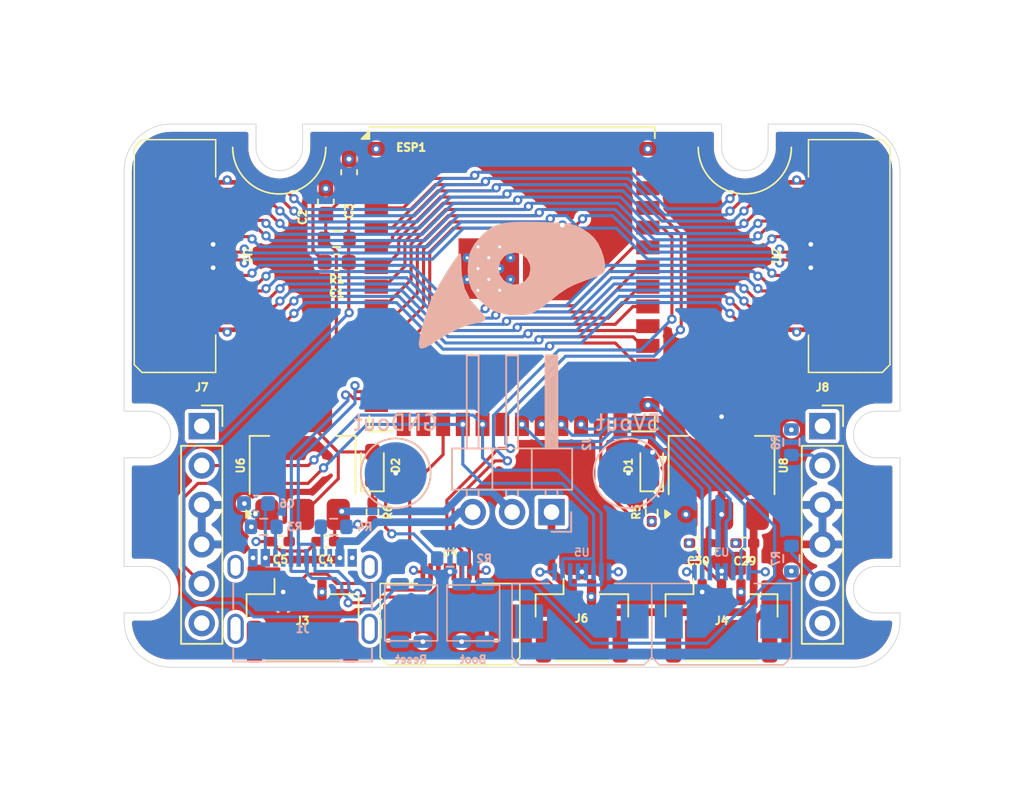
<source format=kicad_pcb>
(kicad_pcb (version 20241229) (generator "pcbnew") (generator_version "9.0")
  (layers (0 "F.Cu" power) (4 "In1.Cu" signal) (6 "In2.Cu" signal) (2 "B.Cu" power) (13 "F.Paste" user) (15 "B.Paste" user) (5 "F.SilkS" user "F.Silkscreen") (7 "B.SilkS" user "B.Silkscreen") (1 "F.Mask" user) (3 "B.Mask" user) (25 "Edge.Cuts" user))
  (net 0 "")
  (net 1 "Net-(ESP1-GPIO0{slash}BOOT)")
  (net 2 "GND")
  (net 3 "Net-(ESP1-EN)")
  (net 4 "+3V3")
  (net 11 "Main USB +")
  (net 12 "Main USB -")
  (net 14 "+5V")
  (net 15 "Addr LED 0")
  (net 16 "Addr LED 1")
  (net 17 "Disp GPIO 9")
  (net 18 "Disp GPIO 4")
  (net 19 "Disp GPIO 8")
  (net 20 "Disp GPIO 7")
  (net 21 "Disp GPIO 3")
  (net 22 "Disp GPIO 11")
  (net 23 "Disp GPIO 1")
  (net 24 "Disp GPIO 14")
  (net 25 "Disp GPIO 6")
  (net 26 "Disp GPIO 2")
  (net 27 "Disp GPIO 10")
  (net 28 "Disp GPIO 0")
  (net 29 "Disp GPIO 12")
  (net 30 "Disp GPIO 5")
  (net 31 "Disp GPIO 13")
  (net 32 "Disp GPIO 15")
  (net 33 "UI GPIO 0")
  (net 34 "UI GPIO 2")
  (net 35 "UI GPIO 1")
  (net 36 "UI GPIO 3")
  (net 37 "Main UART RX")
  (net 38 "Main UART TX")
  (net 39 "I2C SDA")
  (net 40 "I2C SCL")
  (net 41 "+RAWVS")
  (net 42 "+PWR")
  (net 43 "+5VUSB")
  (net 44 "Net-(J1-CC1)")
  (net 48 "Net-(J1-CC2)")
  (net 52 "Net-(D1-K)")
  (net 53 "Net-(D2-K)")
  (net 54 "Net-(J8-Pin_2)")
  (net 55 "Net-(J8-Pin_5)")
  (footprint "Diode_SMD:D_0603_1608Metric_Pad1.05x0.95mm_HandSolder" (layer "F.Cu") (at 119 67 90)
    (property "Reference" "D1")
    (property "Value" "LED" (hide yes))
  )
  (footprint "Capacitor_SMD:C_0402_1005Metric_Pad0.74x0.62mm_HandSolder" (layer "F.Cu") (at 95.0675 71.9 180)
    (property "Reference" "C5")
    (property "Value" "10uf" (hide yes))
  )
  (footprint "Connector_JST:JST_GH_SM03B-GHS-TB_1x03-1MP_P1.25mm_Horizontal" (layer "F.Cu") (at 123.5 77)
    (property "Reference" "J4")
    (property "Value" "L1 JST" (hide yes))
  )
  (footprint "Capacitor_SMD:C_0603_1608Metric_Pad1.08x0.95mm_HandSolder" (layer "F.Cu") (at 98 50 90)
    (property "Reference" "C2")
    (property "Value" "22uF" (hide yes))
  )
  (footprint "Resistor_SMD:R_0402_1005Metric_Pad0.72x0.64mm_HandSolder" (layer "F.Cu") (at 101 70 -90)
    (property "Reference" "R6")
    (property "Value" "70ohm min" (hide yes))
  )
  (footprint "Resistor_SMD:R_0603_1608Metric" (layer "F.Cu") (at 98.7 52.4)
    (property "Reference" "R1")
    (property "Value" "10K" (hide yes))
  )
  (footprint "FFC:FFC-20-0.5" (layer "F.Cu") (at 91 53.5 -90)
    (property "Reference" "U1")
    (property "Value" "D0 FFC" (hide yes))
  )
  (footprint "Connector_PinSocket_2.54mm:PinSocket_1x06_P2.54mm_Vertical" (layer "F.Cu") (at 130 64.46)
    (property "Reference" "J8")
    (property "Value" "S Pins B" (hide yes))
  )
  (footprint "Capacitor_SMD:C_0402_1005Metric_Pad0.74x0.62mm_HandSolder" (layer "F.Cu") (at 98 71.9 180)
    (property "Reference" "C4")
    (property "Value" "0.1uf" (hide yes))
  )
  (footprint "Connector_PinSocket_2.54mm:PinSocket_1x06_P2.54mm_Vertical" (layer "F.Cu") (at 90 64.46)
    (property "Reference" "J7")
    (property "Value" "S Pins A" (hide yes))
  )
  (footprint "Capacitor_SMD:C_0402_1005Metric_Pad0.74x0.62mm_HandSolder" (layer "F.Cu") (at 125 72 180)
    (property "Reference" "C29")
    (property "Value" "0.1uf" (hide yes))
  )
  (footprint "Package_TO_SOT_SMD:SOT-223-3_TabPin2" (layer "F.Cu") (at 96.5 67 90)
    (property "Reference" "U6")
    (property "Value" "LD1117S33TR_SOT223" (hide yes))
  )
  (footprint "Connector_JST:JST_GH_SM02B-GHS-TB_1x02-1MP_P1.25mm_Horizontal" (layer "F.Cu") (at 114.5 77)
    (property "Reference" "J6")
    (property "Value" "A JST" (hide yes))
  )
  (footprint "Package_TO_SOT_SMD:SOT-223-3_TabPin2" (layer "F.Cu") (at 123.5 67 90)
    (property "Reference" "U8")
    (property "Value" "LD1117S50TR_SOT223" (hide yes))
  )
  (footprint "Capacitor_SMD:C_0603_1608Metric" (layer "F.Cu") (at 98.7 53.9)
    (property "Reference" "C1")
    (property "Value" "1uF" (hide yes))
  )
  (footprint "Diode_SMD:D_0603_1608Metric_Pad1.05x0.95mm_HandSolder" (layer "F.Cu") (at 101 67 90)
    (property "Reference" "D2")
    (property "Value" "LED" (hide yes))
  )
  (footprint "FFC:FFC-20-0.5" (layer "F.Cu") (at 129 53.5 90)
    (property "Reference" "U2")
    (property "Value" "D1 FFC" (hide yes))
  )
  (footprint "FFC:FFC-8-0.5" (layer "F.Cu") (at 106 74.5)
    (property "Reference" "U4")
    (property "Value" "S FFC" (hide yes))
  )
  (footprint "Connector_JST:JST_GH_SM03B-GHS-TB_1x03-1MP_P1.25mm_Horizontal" (layer "F.Cu") (at 96.5 77)
    (property "Reference" "J3")
    (property "Value" "L0 JST" (hide yes))
  )
  (footprint "RF_Module:ESP32-S3-WROOM-1U" (layer "F.Cu") (at 110 55)
    (property "Reference" "ESP1")
    (property "Value" "ESP32-S3-WROOM-1" (hide yes))
  )
  (footprint "Capacitor_SMD:C_0603_1608Metric_Pad1.08x0.95mm_HandSolder" (layer "F.Cu") (at 99.5 48.1 90)
    (property "Reference" "C3")
    (property "Value" "0.1uF" (hide yes))
  )
  (footprint "Capacitor_SMD:C_0402_1005Metric_Pad0.74x0.62mm_HandSolder" (layer "F.Cu") (at 122 72 180)
    (property "Reference" "C30")
    (property "Value" "10uf" (hide yes))
  )
  (footprint "Resistor_SMD:R_0402_1005Metric_Pad0.72x0.64mm_HandSolder" (layer "F.Cu") (at 119 70 -90)
    (property "Reference" "R5")
    (property "Value" "155ohm min" (hide yes))
  )
  (footprint "Connector_PinHeader_2.54mm:PinHeader_1x03_P2.54mm_Horizontal" (layer "B.Cu") (at 112.54 70 90)
    (property "Reference" "J2")
    (property "Value" "PWR Jumper Pins" (hide yes))
  )
  (footprint "FFC:FFC-8-0.5" (layer "B.Cu") (at 123.5 74.5 180)
    (property "Reference" "U3")
    (property "Value" "U FFC" (hide yes))
  )
  (footprint "Buttons:R-667843" (layer "B.Cu") (at 103.5 76.5 -90)
    (property "Reference" "RstSW1" (hide yes))
    (property "Value" "Reset")
  )
  (footprint "Resistor_SMD:R_0603_1608Metric" (layer "B.Cu") (at 106 73)
    (property "Reference" "R2")
    (property "Value" "10K" (hide yes))
  )
  (footprint "TestPoint:TestPoint_Pad_D4.0mm" (layer "B.Cu") (at 117.5 67.5 180)
    (property "Reference" "J5" (hide yes))
    (property "Value" "5Vout")
  )
  (footprint "LOGO" (layer "B.Cu") (at 110 55.5 180)
    (property "Reference" "G***" (hide yes))
    (property "Value" "LOGO" (hide yes))
  )
  (footprint "Resistor_SMD:R_0603_1608Metric" (layer "B.Cu") (at 94 70.95 180)
    (property "Reference" "R3")
    (property "Value" "5.1K" (hide yes))
  )
  (footprint "Buttons:R-667843" (layer "B.Cu") (at 107.5 76.5 -90)
    (property "Reference" "BootSW1" (hide yes))
    (property "Value" "Boot")
  )
  (footprint "Resistor_SMD:R_0603_1608Metric" (layer "B.Cu") (at 128 73 -90)
    (property "Reference" "R7")
    (property "Value" "5.1K" (hide yes))
  )
  (footprint "FFC:FFC-8-0.5" (layer "B.Cu") (at 114.5 74.5 180)
    (property "Reference" "U5")
    (property "Value" "R FFC" (hide yes))
  )
  (footprint "USBC:AMPHENOL_10171746-00021LF" (layer "B.Cu") (at 96.5 77.525 180)
    (property "Reference" "J1")
    (property "Value" "10171746-00021LF" (hide yes))
  )
  (footprint "Resistor_SMD:R_0603_1608Metric" (layer "B.Cu") (at 128 65.5 90)
    (property "Reference" "R8")
    (property "Value" "5.1K" (hide yes))
  )
  (footprint "Capacitor_SMD:C_0603_1608Metric" (layer "B.Cu") (at 93.5 69.45 180)
    (property "Reference" "C6")
    (property "Value" "10uF" (hide yes))
  )
  (footprint "Resistor_SMD:R_0603_1608Metric" (layer "B.Cu") (at 98.5 70.95)
    (property "Reference" "R4")
    (property "Value" "5.1K" (hide yes))
  )
  (footprint "TestPoint:TestPoint_Pad_D4.0mm" (layer "B.Cu") (at 102.5 67.5 180)
    (property "Reference" "J9" (hide yes))
    (property "Value" "GNDout")
  )
  (gr_arc (start 97.992925 46.5) (mid 94.992925 49.5) (end 91.992925 46.5) (stroke (width 0.1)) (layer "F.SilkS"))
  (gr_arc (start 127.992925 46.5) (mid 124.992925 49.5) (end 121.992925 46.5) (stroke (width 0.1)) (layer "F.SilkS"))
  (gr_arc (start 98 46.5) (mid 95 49.5) (end 92 46.5) (stroke (width 0.1)) (layer "F.SilkS"))
  (gr_arc (start 128 46.5) (mid 125 49.5) (end 122 46.5) (stroke (width 0.1)) (layer "F.SilkS"))
  (gr_line (start 133.5 63.5) (end 135 63.5) (stroke (width 0.05)) (layer "Edge.Cuts"))
  (gr_line (start 85 77) (end 85 76.5) (stroke (width 0.05)) (layer "Edge.Cuts"))
  (gr_line (start 86.5 76.5) (end 85 76.5) (stroke (width 0.05)) (layer "Edge.Cuts"))
  (gr_line (start 96.5 46.5) (end 96.5 45) (stroke (width 0.05)) (layer "Edge.Cuts"))
  (gr_arc (start 133.5 66.5) (mid 132 65) (end 133.5 63.5) (stroke (width 0.05)) (layer "Edge.Cuts"))
  (gr_arc (start 132 45) (mid 134.12132 45.87868) (end 135 48) (stroke (width 0.05)) (layer "Edge.Cuts"))
  (gr_line (start 135 66.5) (end 135 73.5) (stroke (width 0.05)) (layer "Edge.Cuts"))
  (gr_arc (start 86.5 63.5) (mid 88 65) (end 86.5 66.5) (stroke (width 0.05)) (layer "Edge.Cuts"))
  (gr_line (start 133.5 73.5) (end 135 73.5) (stroke (width 0.05)) (layer "Edge.Cuts"))
  (gr_line (start 85 63.5) (end 85 48) (stroke (width 0.05)) (layer "Edge.Cuts"))
  (gr_line (start 123.5 46.5) (end 123.5 45) (stroke (width 0.05)) (layer "Edge.Cuts"))
  (gr_line (start 126.5 45) (end 132 45) (stroke (width 0.05)) (layer "Edge.Cuts"))
  (gr_line (start 86.5 66.5) (end 85 66.5) (stroke (width 0.05)) (layer "Edge.Cuts"))
  (gr_line (start 86.5 63.5) (end 85 63.5) (stroke (width 0.05)) (layer "Edge.Cuts"))
  (gr_line (start 133.5 76.5) (end 135 76.5) (stroke (width 0.05)) (layer "Edge.Cuts"))
  (gr_line (start 133.5 66.5) (end 135 66.5) (stroke (width 0.05)) (layer "Edge.Cuts"))
  (gr_arc (start 85 48) (mid 85.87868 45.87868) (end 88 45) (stroke (width 0.05)) (layer "Edge.Cuts"))
  (gr_line (start 135 48) (end 135 63.5) (stroke (width 0.05)) (layer "Edge.Cuts"))
  (gr_line (start 96.5 45) (end 123.5 45) (stroke (width 0.05)) (layer "Edge.Cuts"))
  (gr_line (start 85 73.5) (end 85 66.5) (stroke (width 0.05)) (layer "Edge.Cuts"))
  (gr_line (start 135 76.5) (end 135 77) (stroke (width 0.05)) (layer "Edge.Cuts"))
  (gr_arc (start 86.5 73.5) (mid 88 75) (end 86.5 76.5) (stroke (width 0.05)) (layer "Edge.Cuts"))
  (gr_arc (start 135 77) (mid 134.12132 79.12132) (end 132 80) (stroke (width 0.05)) (layer "Edge.Cuts"))
  (gr_line (start 93.5 46.5) (end 93.5 45) (stroke (width 0.05)) (layer "Edge.Cuts"))
  (gr_line (start 86.5 73.5) (end 85 73.5) (stroke (width 0.05)) (layer "Edge.Cuts"))
  (gr_line (start 126.5 46.5) (end 126.5 45) (stroke (width 0.05)) (layer "Edge.Cuts"))
  (gr_line (start 132 80) (end 88 80) (stroke (width 0.05)) (layer "Edge.Cuts"))
  (gr_arc (start 126.5 46.5) (mid 125 48) (end 123.5 46.5) (stroke (width 0.05)) (layer "Edge.Cuts"))
  (gr_arc (start 133.5 76.5) (mid 132 75) (end 133.5 73.5) (stroke (width 0.05)) (layer "Edge.Cuts"))
  (gr_line (start 93.5 45) (end 88 45) (stroke (width 0.05)) (layer "Edge.Cuts"))
  (gr_arc (start 88 80) (mid 85.87868 79.12132) (end 85 77) (stroke (width 0.05)) (layer "Edge.Cuts"))
  (gr_arc (start 96.5 46.5) (mid 95 48) (end 93.5 46.5) (stroke (width 0.05)) (layer "Edge.Cuts"))
  (gr_text "U2" (at 127.042925 53.5 90) (layer "F.SilkS") (effects (font (size 0.5 0.5) (thickness 0.1))))
  (gr_text "ESP1" (at 103.492925 46.5 0) (layer "F.SilkS") (effects (font (size 0.5 0.5) (thickness 0.125))))
  (gr_text "U1" (at 92.942925 53.5 270) (layer "F.SilkS") (effects (font (size 0.5 0.5) (thickness 0.1))))
  (via (at 118.75 63.1) (size 0.6) (drill 0.3) (layers "F.Cu" "B.Cu") (net 1))
  (segment (start 106.75 74.65) (end 108.25 74.65) (width 0.2) (layer "B.Cu") (net 1))
  (segment (start 111.35 74.65) (end 115.15 78.45) (width 0.2) (layer "B.Cu") (net 1))
  (segment (start 122.567443 78.45) (end 126.9185 74.098943) (width 0.2) (layer "B.Cu") (net 1))
  (segment (start 115.15 78.45) (end 122.567443 78.45) (width 0.2) (layer "B.Cu") (net 1))
  (segment (start 126.9185 74.098943) (end 126.9185 70.900157) (width 0.2) (layer "B.Cu") (net 1))
  (segment (start 108.25 74.65) (end 111.35 74.65) (width 0.2) (layer "B.Cu") (net 1))
  (segment (start 106.825 74.575) (end 106.75 74.65) (width 0.2) (layer "B.Cu") (net 1))
  (segment (start 126.9185 70.900157) (end 119.118343 63.1) (width 0.2) (layer "B.Cu") (net 1))
  (segment (start 119.118343 63.1) (end 118.75 63.1) (width 0.2) (layer "B.Cu") (net 1))
  (segment (start 106.825 73) (end 106.825 74.575) (width 0.2) (layer "B.Cu") (net 1))
  (segment (start 97.167925 53.15) (end 97.167925 49.975) (width 0.2) (layer "F.Cu") (net 2))
  (segment (start 107.749999 73.85) (end 108.232486 73.85) (width 0.2) (layer "F.Cu") (net 2))
  (segment (start 119 70.5975) (end 119 70.6) (width 0.2) (layer "F.Cu") (net 2))
  (segment (start 124.4325 72) (end 124.4 72) (width 0.2) (layer "F.Cu") (net 2))
  (segment (start 97.4325 71.9) (end 96.8215 72.511) (width 0.2) (layer "F.Cu") (net 2))
  (segment (start 101.242925 46.59) (end 101.242925 46.6) (width 0.2) (layer "F.Cu") (net 2))
  (segment (start 121.4325 72) (end 121.4 72) (width 0.2) (layer "F.Cu") (net 2))
  (segment (start 91.642925 58.25) (end 91.642925 58.400002) (width 0.2) (layer "F.Cu") (net 2))
  (segment (start 94.2 70.15) (end 93.487474 70.15) (width 0.2) (layer "F.Cu") (net 2))
  (segment (start 115.125 75.15) (end 115.125 75.425) (width 0.2) (layer "F.Cu") (net 2))
  (segment (start 104.25 73.85) (end 103.75 73.85) (width 0.2) (layer "F.Cu") (net 2))
  (segment (start 108.232486 73.85) (end 108.332486 73.75) (width 0.2) (layer "F.Cu") (net 2))
  (segment (start 128.342925 48.75) (end 128.342925 48.599998) (width 0.2) (layer "F.Cu") (net 2))
  (segment (start 97.167925 49.975) (end 97.992925 49.15) (width 0.2) (layer "F.Cu") (net 2))
  (segment (start 97.992925 49.1375) (end 97.992925 49.15) (width 0.2) (layer "F.Cu") (net 2))
  (segment (start 100.808159 70.789341) (end 101 70.5975) (width 0.2) (layer "F.Cu") (net 2))
  (segment (start 96.8215 72.511) (end 95.111 72.511) (width 0.2) (layer "F.Cu") (net 2))
  (segment (start 118.742925 46.59) (end 118.742925 46.6) (width 0.2) (layer "F.Cu") (net 2))
  (segment (start 115.125 75.425) (end 115.1 75.45) (width 0.2) (layer "F.Cu") (net 2))
  (segment (start 93.487474 70.15) (end 93.461122 70.123648) (width 0.2) (layer "F.Cu") (net 2))
  (segment (start 103.75 73.85) (end 103.65 73.75) (width 0.2) (layer "F.Cu") (net 2))
  (segment (start 91.642925 48.75) (end 91.642925 48.599998) (width 0.2) (layer "F.Cu") (net 2))
  (segment (start 128.342925 58.25) (end 128.342925 58.400002) (width 0.2) (layer "F.Cu") (net 2))
  (segment (start 94.5 71.9) (end 93.5 71.9) (width 0.2) (layer "F.Cu") (net 2))
  (segment (start 100.05 70.789341) (end 100.808159 70.789341) (width 0.2) (layer "F.Cu") (net 2))
  (segment (start 95.111 72.511) (end 94.5 71.9) (width 0.2) (layer "F.Cu") (net 2))
  (segment (start 99.492925 47.6375) (end 99.492925 47.65) (width 0.2) (layer "F.Cu") (net 2))
  (segment (start 97.917925 53.9) (end 97.167925 53.15) (width 0.2) (layer "F.Cu") (net 2))
  (via (at 93.461122 70.123648) (size 0.6) (drill 0.3) (layers "F.Cu" "B.Cu") (net 2))
  (via (at 93.2 70.95) (size 0.6) (drill 0.3) (layers "F.Cu" "B.Cu") (net 2))
  (via (at 104.25 78.35) (size 0.6) (drill 0.3) (layers "F.Cu" "B.Cu") (net 2))
  (via (at 103.65 73.75) (size 0.6) (drill 0.3) (layers "F.Cu" "B.Cu") (net 2))
  (via (at 124.4 72) (size 0.6) (drill 0.3) (layers "F.Cu" "B.Cu") (net 2))
  (via (at 99.700002 72.95) (size 0.6) (drill 0.3) (layers "F.Cu" "B.Cu") (net 2))
  (via (at 119 70.6) (size 0.6) (drill 0.3) (layers "F.Cu" "B.Cu") (net 2))
  (via (at 121.25 73.85) (size 0.6) (drill 0.3) (layers "F.Cu" "B.Cu") (net 2))
  (via (at 128 73.8) (size 0.6) (drill 0.3) (layers "F.Cu" "B.Cu") (net 2))
  (via (at 116.85 73.85) (size 0.6) (drill 0.3) (layers "F.Cu" "B.Cu") (net 2))
  (via (at 93.3 72.95) (size 0.6) (drill 0.3) (layers "F.Cu" "B.Cu") (net 2))
  (via (at 106.75 78.35) (size 0.6) (drill 0.3) (layers "F.Cu" "B.Cu") (net 2))
  (via (at 97.992925 49.15) (size 0.6) (drill 0.3) (layers "F.Cu" "B.Cu") (net 2))
  (via (at 124.75 75.15) (size 0.6) (drill 0.3) (layers "F.Cu" "B.Cu") (net 2))
  (via (at 101.242925 46.6) (size 0.6) (drill 0.3) (layers "F.Cu" "B.Cu") (net 2))
  (via (at 128.342925 58.400002) (size 0.6) (drill 0.3) (layers "F.Cu" "B.Cu") (net 2))
  (via (at 115.1 75.45) (size 0.6) (drill 0.3) (layers "F.Cu" "B.Cu") (net 2))
  (via (at 121.4 72) (size 0.6) (drill 0.3) (layers "F.Cu" "B.Cu") (net 2))
  (via (at 118.742925 46.6) (size 0.6) (drill 0.3) (layers "F.Cu" "B.Cu") (net 2))
  (via (at 92.75 69.45) (size 0.6) (drill 0.3) (layers "F.Cu" "B.Cu") (net 2))
  (via (at 91.642925 48.599998) (size 0.6) (drill 0.3) (layers "F.Cu" "B.Cu") (net 2))
  (via (at 128 64.7) (size 0.6) (drill 0.3) (layers "F.Cu" "B.Cu") (net 2))
  (via (at 102.5 67.5) (size 0.6) (drill 0.3) (layers "F.Cu" "B.Cu") (net 2))
  (via (at 99.492925 47.25) (size 0.6) (drill 0.3) (layers "F.Cu" "B.Cu") (net 2))
  (via (at 100.05 70.789341) (size 0.6) (drill 0.3) (layers "F.Cu" "B.Cu") (net 2))
  (via (at 126.3175 73.85) (size 0.6) (drill 0.3) (layers "F.Cu" "B.Cu") (net 2))
  (via (at 108.332486 73.75) (size 0.6) (drill 0.3) (layers "F.Cu" "B.Cu") (net 2))
  (via (at 93.5 71.9) (size 0.6) (drill 0.3) (layers "F.Cu" "B.Cu") (net 2))
  (via (at 97.75 75.15) (size 0.6) (drill 0.3) (layers "F.Cu" "B.Cu") (net 2))
  (via (at 91.642925 58.400002) (size 0.6) (drill 0.3) (layers "F.Cu" "B.Cu") (net 2))
  (via (at 128.342925 48.599998) (size 0.6) (drill 0.3) (layers "F.Cu" "B.Cu") (net 2))
  (via (at 111.791905 73.868435) (size 0.6) (drill 0.3) (layers "F.Cu" "B.Cu") (net 2))
  (via (at 121.2 70.15) (size 0.6) (drill 0.3) (layers "F.Cu" "B.Cu") (net 2))
  (segment (start 99.325 70.95) (end 99.889341 70.95) (width 0.2) (layer "B.Cu") (net 2))
  (segment (start 128 73.825) (end 128 73.8) (width 0.2) (layer "B.Cu") (net 2))
  (segment (start 112.750001 73.85) (end 111.81034 73.85) (width 0.2) (layer "B.Cu") (net 2))
  (segment (start 125.25 73.85) (end 126.3175 73.85) (width 0.2) (layer "B.Cu") (net 2))
  (segment (start 116.25 73.85) (end 116.85 73.85) (width 0.2) (layer "B.Cu") (net 2))
  (segment (start 111.81034 73.85) (end 111.791905 73.868435) (width 0.2) (layer "B.Cu") (net 2))
  (segment (start 92.725 69.45) (end 92.75 69.45) (width 0.2) (layer "B.Cu") (net 2))
  (segment (start 93.3 72.95) (end 93.3 73) (width 0.2) (layer "B.Cu") (net 2))
  (segment (start 106.75 78.35) (end 108.25 78.35) (width 0.2) (layer "B.Cu") (net 2))
  (segment (start 121.750001 73.85) (end 121.25 73.85) (width 0.2) (layer "B.Cu") (net 2))
  (segment (start 128 64.675) (end 128 64.7) (width 0.2) (layer "B.Cu") (net 2))
  (segment (start 99.7 72.95) (end 99.700002 72.95) (width 0.2) (layer "B.Cu") (net 2))
  (segment (start 99.889341 70.95) (end 100.05 70.789341) (width 0.2) (layer "B.Cu") (net 2))
  (segment (start 102.75 78.35) (end 104.25 78.35) (width 0.2) (layer "B.Cu") (net 2))
  (segment (start 93.175 70.95) (end 93.2 70.95) (width 0.2) (layer "B.Cu") (net 2))
  (segment (start 99.475 53.9) (end 99.475 57.125) (width 0.2) (layer "F.Cu") (net 3))
  (segment (start 99.467925 50.375) (end 99.467925 53.9) (width 0.2) (layer "F.Cu") (net 3))
  (segment (start 99.475 57.125) (end 99.5 57.15) (width 0.2) (layer "F.Cu") (net 3))
  (segment (start 101.242925 49.13) (end 100.712925 49.13) (width 0.2) (layer "F.Cu") (net 3))
  (segment (start 100.712925 49.13) (end 99.467925 50.375) (width 0.2) (layer "F.Cu") (net 3))
  (via (at 99.5 57.15) (size 0.6) (drill 0.3) (layers "F.Cu" "B.Cu") (net 3))
  (segment (start 91 65.65) (end 89.72224 65.65) (width 0.2) (layer "B.Cu") (net 3))
  (segment (start 88.85 75.09776) (end 89.60224 75.85) (width 0.2) (layer "B.Cu") (net 3))
  (segment (start 100.47786 76.249) (end 101.151 76.249) (width 0.2) (layer "B.Cu") (net 3))
  (segment (start 89.72224 65.65) (end 88.85 66.52224) (width 0.2) (layer "B.Cu") (net 3))
  (segment (start 99.97686 76.75) (end 100.47786 76.249) (width 0.2) (layer "B.Cu") (net 3))
  (segment (start 101.151 76.249) (end 102.75 74.65) (width 0.2) (layer "B.Cu") (net 3))
  (segment (start 104.25 74.65) (end 102.75 74.65) (width 0.2) (layer "B.Cu") (net 3))
  (segment (start 92.45 75.85) (end 93.35 76.75) (width 0.2) (layer "B.Cu") (net 3))
  (segment (start 89.60224 75.85) (end 92.45 75.85) (width 0.2) (layer "B.Cu") (net 3))
  (segment (start 88.85 66.52224) (end 88.85 75.09776) (width 0.2) (layer "B.Cu") (net 3))
  (segment (start 99.5 57.15) (end 91 65.65) (width 0.2) (layer "B.Cu") (net 3))
  (segment (start 93.35 76.75) (end 99.97686 76.75) (width 0.2) (layer "B.Cu") (net 3))
  (segment (start 97.992925 50.8625) (end 97.992925 52.275) (width 0.2) (layer "F.Cu") (net 4))
  (segment (start 97.992925 52.275) (end 97.867925 52.4) (width 0.2) (layer "F.Cu") (net 4))
  (segment (start 101 66.125) (end 98.775 66.125) (width 0.2) (layer "F.Cu") (net 4))
  (segment (start 95.635 71.015) (end 95.635 71.9) (width 0.2) (layer "F.Cu") (net 4))
  (segment (start 98.775 66.125) (end 96.5 63.85) (width 0.2) (layer "F.Cu") (net 4))
  (segment (start 98.676 53.201) (end 97.875 52.4) (width 0.2) (layer "F.Cu") (net 4))
  (segment (start 96.5 63.85) (end 98.676 61.674) (width 0.2) (layer "F.Cu") (net 4))
  (segment (start 101.85 66.9) (end 101.075 66.125) (width 0.2) (layer "F.Cu") (net 4))
  (segment (start 99.492925 48.9625) (end 99.492925 49.3625) (width 0.2) (layer "F.Cu") (net 4))
  (segment (start 100.595425 47.86) (end 99.492925 48.9625) (width 0.2) (layer "F.Cu") (net 4))
  (segment (start 96.5 70.15) (end 98.8 67.85) (width 0.2) (layer "F.Cu") (net 4))
  (segment (start 101.85 71.002) (end 101.85 66.9) (width 0.2) (layer "F.Cu") (net 4))
  (segment (start 99.492925 49.3625) (end 97.992925 50.8625) (width 0.2) (layer "F.Cu") (net 4))
  (segment (start 101.075 66.125) (end 101 66.125) (width 0.2) (layer "F.Cu") (net 4))
  (segment (start 97.867925 52.4) (end 97.867925 52.626304) (width 0.2) (layer "F.Cu") (net 4))
  (segment (start 98.8 66.15) (end 96.5 63.85) (width 0.2) (layer "F.Cu") (net 4))
  (segment (start 101.242925 47.86) (end 100.595425 47.86) (width 0.2) (layer "F.Cu") (net 4))
  (segment (start 102.25 71.402) (end 101.85 71.002) (width 0.2) (layer "F.Cu") (net 4))
  (segment (start 98.676 61.674) (end 98.676 53.201) (width 0.2) (layer "F.Cu") (net 4))
  (segment (start 98.8 67.85) (end 98.8 66.15) (width 0.2) (layer "F.Cu") (net 4))
  (segment (start 96.5 70.15) (end 95.635 71.015) (width 0.2) (layer "F.Cu") (net 4))
  (via (at 102.25 71.402) (size 0.6) (drill 0.3) (layers "F.Cu" "B.Cu") (net 4))
  (segment (start 105.15 72.9) (end 105.15 72.975) (width 0.2) (layer "B.Cu") (net 4))
  (segment (start 105.15 72.975) (end 105.175 73) (width 0.2) (layer "B.Cu") (net 4))
  (segment (start 103.652 71.402) (end 105.15 72.9) (width 0.2) (layer "B.Cu") (net 4))
  (segment (start 102.25 71.402) (end 103.652 71.402) (width 0.2) (layer "B.Cu") (net 4))
  (segment (start 105.225001 74.793197) (end 105.225001 73.875) (width 0.2) (layer "F.Cu") (net 11))
  (segment (start 101.25 63.1) (end 100.95 63.1) (width 0.2) (layer "F.Cu") (net 11))
  (segment (start 99.438046 75.839541) (end 100.828657 75.839541) (width 0.2) (layer "F.Cu") (net 11))
  (segment (start 100.95 63.1) (end 100.54 62.69) (width 0.2) (layer "F.Cu") (net 11))
  (segment (start 104.543198 75.475) (end 105.225001 74.793197) (width 0.2) (layer "F.Cu") (net 11))
  (segment (start 99.796799 62.69) (end 99.55732 62.450521) (width 0.2) (layer "F.Cu") (net 11))
  (segment (start 105.225001 73.875) (end 105.25 73.850001) (width 0.2) (layer "F.Cu") (net 11))
  (segment (start 100.828657 75.839541) (end 101.193198 75.475) (width 0.2) (layer "F.Cu") (net 11))
  (segment (start 101.193198 75.475) (end 104.543198 75.475) (width 0.2) (layer "F.Cu") (net 11))
  (segment (start 99.55732 62.450521) (end 99.274477 62.450521) (width 0.2) (layer "F.Cu") (net 11))
  (segment (start 100.54 62.69) (end 99.796799 62.69) (width 0.2) (layer "F.Cu") (net 11))
  (via (at 99.274477 62.450521) (size 0.6) (drill 0.3) (layers "F.Cu" "B.Cu") (net 11))
  (via (at 99.438046 75.839541) (size 0.6) (drill 0.3) (layers "F.Cu" "B.Cu") (net 11))
  (segment (start 96.75 72.95) (end 96.799 72.999) (width 0.2) (layer "B.Cu") (net 11))
  (segment (start 99.425518 62.806284) (end 99.425518 62.601562) (width 0.2) (layer "B.Cu") (net 11))
  (segment (start 95.75 72.087499) (end 95.775 72.062499) (width 0.2) (layer "B.Cu") (net 11))
  (segment (start 96.75 72.95) (end 96.774999 72.974999) (width 0.2) (layer "B.Cu") (net 11))
  (segment (start 95.775 72.062499) (end 95.775 66.456802) (width 0.2) (layer "B.Cu") (net 11))
  (segment (start 98.607782 74.27598) (end 99.024999 74.693197) (width 0.2) (layer "B.Cu") (net 11))
  (segment (start 95.799 73.826) (end 95.75 73.777) (width 0.2) (layer "B.Cu") (net 11))
  (segment (start 96.701 73.826) (end 95.799 73.826) (width 0.2) (layer "B.Cu") (net 11))
  (segment (start 97.112612 74.27598) (end 98.607782 74.27598) (width 0.2) (layer "B.Cu") (net 11))
  (segment (start 99.024999 74.693197) (end 99.024999 75.143651) (width 0.2) (layer "B.Cu") (net 11))
  (segment (start 95.75 72.95) (end 95.75 72.087499) (width 0.2) (layer "B.Cu") (net 11))
  (segment (start 99.438046 75.556698) (end 99.438046 75.839541) (width 0.2) (layer "B.Cu") (net 11))
  (segment (start 96.75 73.777) (end 96.701 73.826) (width 0.2) (layer "B.Cu") (net 11))
  (segment (start 96.799 72.999) (end 96.799 73.962368) (width 0.2) (layer "B.Cu") (net 11))
  (segment (start 99.024999 75.143651) (end 99.438046 75.556698) (width 0.2) (layer "B.Cu") (net 11))
  (segment (start 95.75 73.777) (end 95.75 72.95) (width 0.2) (layer "B.Cu") (net 11))
  (segment (start 96.75 72.95) (end 96.75 73.777) (width 0.2) (layer "B.Cu") (net 11))
  (segment (start 99.425518 62.601562) (end 99.274477 62.450521) (width 0.2) (layer "B.Cu") (net 11))
  (segment (start 95.775 66.456802) (end 99.425518 62.806284) (width 0.2) (layer "B.Cu") (net 11))
  (segment (start 96.799 73.962368) (end 97.112612 74.27598) (width 0.2) (layer "B.Cu") (net 11))
  (segment (start 100.039088 75.238499) (end 100.190129 75.38954) (width 0.2) (layer "F.Cu") (net 12))
  (segment (start 101.006802 75.025) (end 104.356802 75.025) (width 0.2) (layer "F.Cu") (net 12))
  (segment (start 100.642262 75.38954) (end 101.006802 75.025) (width 0.2) (layer "F.Cu") (net 12))
  (segment (start 100.95 61.83) (end 100.54 62.24) (width 0.2) (layer "F.Cu") (net 12))
  (segment (start 99.875519 62.132322) (end 99.875519 61.849479) (width 0.2) (layer "F.Cu") (net 12))
  (segment (start 99.983197 62.24) (end 99.875519 62.132322) (width 0.2) (layer "F.Cu") (net 12))
  (segment (start 100.190129 75.38954) (end 100.642262 75.38954) (width 0.2) (layer "F.Cu") (net 12))
  (segment (start 104.775 73.875) (end 104.75 73.85) (width 0.2) (layer "F.Cu") (net 12))
  (segment (start 101.25 61.83) (end 100.95 61.83) (width 0.2) (layer "F.Cu") (net 12))
  (segment (start 100.54 62.24) (end 99.983197 62.24) (width 0.2) (layer "F.Cu") (net 12))
  (segment (start 104.356802 75.025) (end 104.775 74.606802) (width 0.2) (layer "F.Cu") (net 12))
  (segment (start 104.775 74.606802) (end 104.775 73.875) (width 0.2) (layer "F.Cu") (net 12))
  (via (at 99.875519 61.849479) (size 0.6) (drill 0.3) (layers "F.Cu" "B.Cu") (net 12))
  (via (at 100.039088 75.238499) (size 0.6) (drill 0.3) (layers "F.Cu" "B.Cu") (net 12))
  (segment (start 96.25 72.95) (end 96.25 72.123) (width 0.2) (layer "B.Cu") (net 12))
  (segment (start 97.25 72.95) (end 97.225001 72.974999) (width 0.2) (layer "B.Cu") (net 12))
  (segment (start 99.756245 75.238499) (end 100.039088 75.238499) (width 0.2) (layer "B.Cu") (net 12))
  (segment (start 99.875519 62.992679) (end 99.875519 61.849479) (width 0.2) (layer "B.Cu") (net 12))
  (segment (start 97.299 73.826) (end 98.794198 73.826) (width 0.2) (layer "B.Cu") (net 12))
  (segment (start 99.475001 74.957255) (end 99.756245 75.238499) (width 0.2) (layer "B.Cu") (net 12))
  (segment (start 96.25 72.95) (end 96.25 72.087499) (width 0.2) (layer "B.Cu") (net 12))
  (segment (start 96.25 72.123) (end 96.299 72.074) (width 0.2) (layer "B.Cu") (net 12))
  (segment (start 99.475001 74.506803) (end 99.475001 74.957255) (width 0.2) (layer "B.Cu") (net 12))
  (segment (start 97.201 72.074) (end 97.25 72.123) (width 0.2) (layer "B.Cu") (net 12))
  (segment (start 97.25 72.123) (end 97.25 72.95) (width 0.2) (layer "B.Cu") (net 12))
  (segment (start 97.299 72.95) (end 97.299 73.826) (width 0.2) (layer "B.Cu") (net 12))
  (segment (start 96.225 66.643198) (end 99.875519 62.992679) (width 0.2) (layer "B.Cu") (net 12))
  (segment (start 97.25 72.95) (end 97.299 72.95) (width 0.2) (layer "B.Cu") (net 12))
  (segment (start 96.299 72.074) (end 97.201 72.074) (width 0.2) (layer "B.Cu") (net 12))
  (segment (start 96.25 72.087499) (end 96.225 72.062499) (width 0.2) (layer "B.Cu") (net 12))
  (segment (start 96.225 72.062499) (end 96.225 66.643198) (width 0.2) (layer "B.Cu") (net 12))
  (segment (start 98.794198 73.826) (end 99.475001 74.506803) (width 0.2) (layer "B.Cu") (net 12))
  (segment (start 91.642925 52.75) (end 90.735851 52.75) (width 0.2) (layer "F.Cu") (net 14))
  (segment (start 122.5675 71.0825) (end 123.5 70.15) (width 0.2) (layer "F.Cu") (net 14))
  (segment (start 119.025 66.125) (end 119.05 66.15) (width 0.2) (layer "F.Cu") (net 14))
  (segment (start 105.75 73.85) (end 105.990768 73.85) (width 0.2) (layer "F.Cu") (net 14))
  (segment (start 90.735851 54.25) (end 90.735824 54.249973) (width 0.2) (layer "F.Cu") (net 14))
  (segment (start 119 66.125) (end 119.025 66.125) (width 0.2) (layer "F.Cu") (net 14))
  (segment (start 91.642925 54.25) (end 90.735851 54.25) (width 0.2) (layer "F.Cu") (net 14))
  (segment (start 90.735851 52.75) (end 90.735843 52.750008) (width 0.2) (layer "F.Cu") (net 14))
  (segment (start 128.342925 52.75) (end 129.249999 52.75) (width 0.2) (layer "F.Cu") (net 14))
  (segment (start 129.249998 54.25) (end 129.249999 54.249999) (width 0.2) (layer "F.Cu") (net 14))
  (segment (start 105.990768 73.85) (end 105.996327 73.844441) (width 0.2) (layer "F.Cu") (net 14))
  (segment (start 128.342925 54.25) (end 129.249998 54.25) (width 0.2) (layer "F.Cu") (net 14))
  (segment (start 129.249999 52.75) (end 129.25 52.749999) (width 0.2) (layer "F.Cu") (net 14))
  (segment (start 122.5675 72) (end 122.5675 71.0825) (width 0.2) (layer "F.Cu") (net 14))
  (via (at 123.5 70.15) (size 0.5) (drill 0.3) (layers "F.Cu" "B.Cu") (net 14))
  (via (at 123.507145 73.8) (size 0.6) (drill 0.3) (layers "F.Cu" "B.Cu") (net 14))
  (via (at 117.5 67.5) (size 0.6) (drill 0.3) (layers "F.Cu" "B.Cu") (net 14))
  (via (at 129.249999 54.249999) (size 0.6) (drill 0.3) (layers "F.Cu" "B.Cu") (net 14))
  (via (at 123.5 63.85) (size 0.5) (drill 0.3) (layers "F.Cu" "B.Cu") (net 14))
  (via (at 114.5 73.85) (size 0.6) (drill 0.3) (layers "F.Cu" "B.Cu") (net 14))
  (via (at 129.25 52.749999) (size 0.6) (drill 0.3) (layers "F.Cu" "B.Cu") (net 14))
  (via (at 90.735843 52.750008) (size 0.6) (drill 0.3) (layers "F.Cu" "B.Cu") (net 14))
  (via (at 122.25 75.15) (size 0.5) (drill 0.3) (layers "F.Cu" "B.Cu") (net 14))
  (via (at 119.05 66.15) (size 0.6) (drill 0.3) (layers "F.Cu" "B.Cu") (net 14))
  (via (at 90.735824 54.249973) (size 0.6) (drill 0.3) (layers "F.Cu" "B.Cu") (net 14))
  (via (at 105.996327 73.844441) (size 0.6) (drill 0.3) (layers "F.Cu" "B.Cu") (net 14))
  (via (at 95.25 75.15) (size 0.5) (drill 0.3) (layers "F.Cu" "B.Cu") (net 14))
  (segment (start 114.25 73.85) (end 114.5 73.85) (width 0.2) (layer "B.Cu") (net 14))
  (segment (start 123.457145 73.85) (end 123.507145 73.8) (width 0.2) (layer "B.Cu") (net 14))
  (segment (start 123.25 73.85) (end 123.457145 73.85) (width 0.2) (layer "B.Cu") (net 14))
  (segment (start 105.555 64.35) (end 105.555 66.295) (width 0.2) (layer "F.Cu") (net 15))
  (segment (start 103.4 68.45) (end 103.4 72.5) (width 0.2) (layer "F.Cu") (net 15))
  (segment (start 98.090968 73.999) (end 96.801001 73.999) (width 0.2) (layer "F.Cu") (net 15))
  (segment (start 101.299 74.601) (end 98.692968 74.601) (width 0.2) (layer "F.Cu") (net 15))
  (segment (start 96.5 74.300001) (end 96.5 75.15) (width 0.2) (layer "F.Cu") (net 15))
  (segment (start 96.801001 73.999) (end 96.5 74.300001) (width 0.2) (layer "F.Cu") (net 15))
  (segment (start 105.555 66.295) (end 103.4 68.45) (width 0.2) (layer "F.Cu") (net 15))
  (segment (start 98.692968 74.601) (end 98.090968 73.999) (width 0.2) (layer "F.Cu") (net 15))
  (segment (start 103.4 72.5) (end 101.299 74.601) (width 0.2) (layer "F.Cu") (net 15))
  (segment (start 120.637614 73.249) (end 122.106202 73.249) (width 0.2) (layer "F.Cu") (net 16))
  (segment (start 115.715 64.35) (end 115.715 68.326386) (width 0.2) (layer "F.Cu") (net 16))
  (segment (start 122.106202 73.249) (end 123.5 74.642798) (width 0.2) (layer "F.Cu") (net 16))
  (segment (start 123.5 74.642798) (end 123.5 75.15) (width 0.2) (layer "F.Cu") (net 16))
  (segment (start 115.715 68.326386) (end 120.637614 73.249) (width 0.2) (layer "F.Cu") (net 16))
  (segment (start 117.792925 52.94) (end 118.742925 52.94) (width 0.2) (layer "F.Cu") (net 17))
  (segment (start 108.451474 56.7) (end 114.032925 56.7) (width 0.2) (layer "F.Cu") (net 17))
  (segment (start 93.092926 54.749999) (end 93.242925 54.6) (width 0.2) (layer "F.Cu") (net 17))
  (segment (start 91.642925 54.749999) (end 93.092926 54.749999) (width 0.2) (layer "F.Cu") (net 17))
  (segment (start 114.032925 56.7) (end 117.792925 52.94) (width 0.2) (layer "F.Cu") (net 17))
  (segment (start 108.265679 56.885795) (end 108.451474 56.7) (width 0.2) (layer "F.Cu") (net 17))
  (segment (start 126.892926 54.750001) (end 126.742925 54.6) (width 0.2) (layer "F.Cu") (net 17))
  (segment (start 128.342925 54.750001) (end 126.892926 54.750001) (width 0.2) (layer "F.Cu") (net 17))
  (via (at 93.242925 54.6) (size 0.6) (drill 0.3) (layers "F.Cu" "B.Cu") (net 17))
  (via (at 108.265679 56.885795) (size 0.6) (drill 0.3) (layers "F.Cu" "B.Cu") (net 17))
  (via (at 126.742925 54.6) (size 0.6) (drill 0.3) (layers "F.Cu" "B.Cu") (net 17))
  (segment (start 93.242925 54.6) (end 93.742925 54.1) (width 0.2) (layer "B.Cu") (net 17))
  (segment (start 103.542925 54.1) (end 106.52872 57.085795) (width 0.2) (layer "B.Cu") (net 17))
  (segment (start 108.065679 57.085795) (end 108.265679 56.885795) (width 0.2) (layer "B.Cu") (net 17))
  (segment (start 126.242925 54.1) (end 126.742925 54.6) (width 0.2) (layer "B.Cu") (net 17))
  (segment (start 106.52872 57.085795) (end 108.065679 57.085795) (width 0.2) (layer "B.Cu") (net 17))
  (segment (start 108.50054 56.7) (end 113.479359 56.7) (width 0.2) (layer "B.Cu") (net 17))
  (segment (start 93.742925 54.1) (end 103.542925 54.1) (width 0.2) (layer "B.Cu") (net 17))
  (segment (start 116.079359 54.1) (end 126.242925 54.1) (width 0.2) (layer "B.Cu") (net 17))
  (segment (start 108.314745 56.885795) (end 108.50054 56.7) (width 0.2) (layer "B.Cu") (net 17))
  (segment (start 108.265679 56.885795) (end 108.314745 56.885795) (width 0.2) (layer "B.Cu") (net 17))
  (segment (start 113.479359 56.7) (end 116.079359 54.1) (width 0.2) (layer "B.Cu") (net 17))
  (segment (start 125.992925 51.25) (end 128.342925 51.25) (width 0.2) (layer "F.Cu") (net 18))
  (segment (start 91.692926 51.2) (end 93.942928 51.2) (width 0.2) (layer "F.Cu") (net 18))
  (segment (start 91.642925 51.250001) (end 91.692926 51.2) (width 0.2) (layer "F.Cu") (net 18))
  (segment (start 101.772925 55.48) (end 103.092925 54.16) (width 0.2) (layer "F.Cu") (net 18))
  (segment (start 105.555669 50.1) (end 110.16421 50.1) (width 0.2) (layer "F.Cu") (net 18))
  (segment (start 103.092925 52.562744) (end 105.555669 50.1) (width 0.2) (layer "F.Cu") (net 18))
  (segment (start 110.16421 50.1) (end 110.36421 49.9) (width 0.2) (layer "F.Cu") (net 18))
  (segment (start 125.842925 51.4) (end 125.992925 51.25) (width 0.2) (layer "F.Cu") (net 18))
  (segment (start 103.092925 54.16) (end 103.092925 52.562744) (width 0.2) (layer "F.Cu") (net 18))
  (segment (start 93.942928 51.2) (end 94.142925 51.399997) (width 0.2) (layer "F.Cu") (net 18))
  (segment (start 101.242925 55.48) (end 101.772925 55.48) (width 0.2) (layer "F.Cu") (net 18))
  (via (at 94.142925 51.399997) (size 0.6) (drill 0.3) (layers "F.Cu" "B.Cu") (net 18))
  (via (at 110.36421 49.9) (size 0.6) (drill 0.3) (layers "F.Cu" "B.Cu") (net 18))
  (via (at 125.842925 51.4) (size 0.6) (drill 0.3) (layers "F.Cu" "B.Cu") (net 18))
  (segment (start 125.141454 52.05) (end 119.330181 52.05) (width 0.2) (layer "B.Cu") (net 18))
  (segment (start 110.592925 49.7) (end 110.392925 49.9) (width 0.2) (layer "B.Cu") (net 18))
  (segment (start 94.892925 52.1) (end 104.205669 52.1) (width 0.2) (layer "B.Cu") (net 18))
  (segment (start 94.791454 52) (end 94.792925 52) (width 0.2) (layer "B.Cu") (net 18))
  (segment (start 119.330181 52.05) (end 116.980181 49.7) (width 0.2) (layer "B.Cu") (net 18))
  (segment (start 94.792925 52) (end 94.892925 52.1) (width 0.2) (layer "B.Cu") (net 18))
  (segment (start 125.842925 51.4) (end 125.791454 51.4) (width 0.2) (layer "B.Cu") (net 18))
  (segment (start 110.16421 50.1) (end 110.36421 49.9) (width 0.2) (layer "B.Cu") (net 18))
  (segment (start 104.205669 52.1) (end 106.205669 50.1) (width 0.2) (layer "B.Cu") (net 18))
  (segment (start 94.142925 51.399997) (end 94.191451 51.399997) (width 0.2) (layer "B.Cu") (net 18))
  (segment (start 94.191451 51.399997) (end 94.791454 52) (width 0.2) (layer "B.Cu") (net 18))
  (segment (start 106.205669 50.1) (end 110.16421 50.1) (width 0.2) (layer "B.Cu") (net 18))
  (segment (start 116.980181 49.7) (end 110.592925 49.7) (width 0.2) (layer "B.Cu") (net 18))
  (segment (start 110.392925 49.9) (end 110.36421 49.9) (width 0.2) (layer "B.Cu") (net 18))
  (segment (start 125.791454 51.4) (end 125.141454 52.05) (width 0.2) (layer "B.Cu") (net 18))
  (segment (start 104.692925 57.65) (end 101.782925 60.56) (width 0.2) (layer "F.Cu") (net 19))
  (segment (start 91.642925 53.750001) (end 92.542926 53.750001) (width 0.2) (layer "F.Cu") (net 19))
  (segment (start 113.243883 51.5) (end 113.043883 51.7) (width 0.2) (layer "F.Cu") (net 19))
  (segment (start 104.692925 53.225488) (end 104.692925 57.65) (width 0.2) (layer "F.Cu") (net 19))
  (segment (start 114.14094 51.5) (end 114.54094 51.1) (width 0.2) (layer "F.Cu") (net 19))
  (segment (start 106.218413 51.7) (end 104.692925 53.225488) (width 0.2) (layer "F.Cu") (net 19))
  (segment (start 113.043883 51.7) (end 106.218413 51.7) (width 0.2) (layer "F.Cu") (net 19))
  (segment (start 101.782925 60.56) (end 101.25 60.56) (width 0.2) (layer "F.Cu") (net 19))
  (segment (start 113.243883 51.5) (end 114.14094 51.5) (width 0.2) (layer "F.Cu") (net 19))
  (segment (start 127.442924 53.249999) (end 127.242925 53.05) (width 0.2) (layer "F.Cu") (net 19))
  (segment (start 92.542926 53.750001) (end 92.742925 53.95) (width 0.2) (layer "F.Cu") (net 19))
  (segment (start 128.342925 53.249999) (end 127.442924 53.249999) (width 0.2) (layer "F.Cu") (net 19))
  (via (at 114.54094 51.1) (size 0.6) (drill 0.3) (layers "F.Cu" "B.Cu") (net 19))
  (via (at 127.242925 53.05) (size 0.6) (drill 0.3) (layers "F.Cu" "B.Cu") (net 19))
  (via (at 113.243883 51.5) (size 0.6) (drill 0.3) (layers "F.Cu" "B.Cu") (net 19))
  (via (at 92.742925 53.95) (size 0.6) (drill 0.3) (layers "F.Cu" "B.Cu") (net 19))
  (segment (start 104.868413 53.7) (end 92.992925 53.7) (width 0.2) (layer "B.Cu") (net 19))
  (segment (start 127.042925 53.25) (end 127.242925 53.05) (width 0.2) (layer "B.Cu") (net 19))
  (segment (start 113.043883 51.7) (end 106.868413 51.7) (width 0.2) (layer "B.Cu") (net 19))
  (segment (start 106.868413 51.7) (end 104.868413 53.7) (width 0.2) (layer "B.Cu") (net 19))
  (segment (start 116.483123 50.9) (end 118.833123 53.25) (width 0.2) (layer "B.Cu") (net 19))
  (segment (start 113.243883 51.5) (end 113.043883 51.7) (width 0.2) (layer "B.Cu") (net 19))
  (segment (start 114.74094 50.9) (end 116.483123 50.9) (width 0.2) (layer "B.Cu") (net 19))
  (segment (start 118.833123 53.25) (end 127.042925 53.25) (width 0.2) (layer "B.Cu") (net 19))
  (segment (start 114.54094 51.1) (end 114.74094 50.9) (width 0.2) (layer "B.Cu") (net 19))
  (segment (start 92.992925 53.7) (end 92.742925 53.95) (width 0.2) (layer "B.Cu") (net 19))
  (segment (start 127.442925 53.75) (end 127.242925 53.95) (width 0.2) (layer "F.Cu") (net 20))
  (segment (start 104.292925 53.059802) (end 106.052727 51.3) (width 0.2) (layer "F.Cu") (net 20))
  (segment (start 101.752925 59.29) (end 104.292925 56.75) (width 0.2) (layer "F.Cu") (net 20))
  (segment (start 91.642925 53.25) (end 92.542925 53.25) (width 0.2) (layer "F.Cu") (net 20))
  (segment (start 104.292925 56.75) (end 104.292925 53.059802) (width 0.2) (layer "F.Cu") (net 20))
  (segment (start 92.542925 53.25) (end 92.742925 53.05) (width 0.2) (layer "F.Cu") (net 20))
  (segment (start 106.052727 51.3) (end 112.261998 51.3) (width 0.2) (layer "F.Cu") (net 20))
  (segment (start 112.261998 51.3) (end 112.461998 51.1) (width 0.2) (layer "F.Cu") (net 20))
  (segment (start 101.242925 59.29) (end 101.752925 59.29) (width 0.2) (layer "F.Cu") (net 20))
  (segment (start 128.342925 53.75) (end 127.442925 53.75) (width 0.2) (layer "F.Cu") (net 20))
  (via (at 127.242925 53.95) (size 0.6) (drill 0.3) (layers "F.Cu" "B.Cu") (net 20))
  (via (at 92.742925 53.05) (size 0.6) (drill 0.3) (layers "F.Cu" "B.Cu") (net 20))
  (via (at 112.461998 51.1) (size 0.6) (drill 0.3) (layers "F.Cu" "B.Cu") (net 20))
  (segment (start 112.661998 50.9) (end 113.492412 50.9) (width 0.2) (layer "B.Cu") (net 20))
  (segment (start 118.717437 53.7) (end 126.992925 53.7) (width 0.2) (layer "B.Cu") (net 20))
  (segment (start 113.492412 50.9) (end 114.292412 51.7) (width 0.2) (layer "B.Cu") (net 20))
  (segment (start 126.992925 53.7) (end 127.242925 53.95) (width 0.2) (layer "B.Cu") (net 20))
  (segment (start 104.702727 53.3) (end 92.992925 53.3) (width 0.2) (layer "B.Cu") (net 20))
  (segment (start 112.261998 51.3) (end 106.702727 51.3) (width 0.2) (layer "B.Cu") (net 20))
  (segment (start 112.461998 51.1) (end 112.261998 51.3) (width 0.2) (layer "B.Cu") (net 20))
  (segment (start 114.292412 51.7) (end 116.717437 51.7) (width 0.2) (layer "B.Cu") (net 20))
  (segment (start 116.717437 51.7) (end 118.717437 53.7) (width 0.2) (layer "B.Cu") (net 20))
  (segment (start 106.702727 51.3) (end 104.702727 53.3) (width 0.2) (layer "B.Cu") (net 20))
  (segment (start 112.461998 51.1) (end 112.661998 50.9) (width 0.2) (layer "B.Cu") (net 20))
  (segment (start 92.992925 53.3) (end 92.742925 53.05) (width 0.2) (layer "B.Cu") (net 20))
  (segment (start 109.671388 49.5) (end 109.471388 49.7) (width 0.2) (layer "F.Cu") (net 21))
  (segment (start 101.772925 54.21) (end 101.242925 54.21) (width 0.2) (layer "F.Cu") (net 21))
  (segment (start 105.389983 49.7) (end 102.692925 52.397058) (width 0.2) (layer "F.Cu") (net 21))
  (segment (start 109.471388 49.7) (end 105.389983 49.7) (width 0.2) (layer "F.Cu") (net 21))
  (segment (start 94.994393 51.4) (end 95.042922 51.4) (width 0.2) (layer "F.Cu") (net 21))
  (segment (start 125.644396 50.75) (end 128.342926 50.75) (width 0.2) (layer "F.Cu") (net 21))
  (segment (start 124.942925 51.4) (end 124.994396 51.4) (width 0.2) (layer "F.Cu") (net 21))
  (segment (start 102.692925 53.29) (end 101.772925 54.21) (width 0.2) (layer "F.Cu") (net 21))
  (segment (start 94.344393 50.75) (end 94.994393 51.4) (width 0.2) (layer "F.Cu") (net 21))
  (segment (start 124.994396 51.4) (end 125.644396 50.75) (width 0.2) (layer "F.Cu") (net 21))
  (segment (start 102.692925 52.397058) (end 102.692925 53.29) (width 0.2) (layer "F.Cu") (net 21))
  (segment (start 91.642925 50.75) (end 94.344393 50.75) (width 0.2) (layer "F.Cu") (net 21))
  (via (at 95.042922 51.4) (size 0.6) (drill 0.3) (layers "F.Cu" "B.Cu") (net 21))
  (via (at 109.671388 49.5) (size 0.6) (drill 0.3) (layers "F.Cu" "B.Cu") (net 21))
  (via (at 124.942925 51.4) (size 0.6) (drill 0.3) (layers "F.Cu" "B.Cu") (net 21))
  (segment (start 119.495867 51.65) (end 117.145867 49.3) (width 0.2) (layer "B.Cu") (net 21))
  (segment (start 106.039983 49.7) (end 109.471388 49.7) (width 0.2) (layer "B.Cu") (net 21))
  (segment (start 109.871388 49.3) (end 109.671388 49.5) (width 0.2) (layer "B.Cu") (net 21))
  (segment (start 95.342922 51.7) (end 104.039983 51.7) (width 0.2) (layer "B.Cu") (net 21))
  (segment (start 104.039983 51.7) (end 106.039983 49.7) (width 0.2) (layer "B.Cu") (net 21))
  (segment (start 109.471388 49.7) (end 109.671388 49.5) (width 0.2) (layer "B.Cu") (net 21))
  (segment (start 95.042922 51.4) (end 95.342922 51.7) (width 0.2) (layer "B.Cu") (net 21))
  (segment (start 117.145867 49.3) (end 109.871388 49.3) (width 0.2) (layer "B.Cu") (net 21))
  (segment (start 124.692925 51.65) (end 119.495867 51.65) (width 0.2) (layer "B.Cu") (net 21))
  (segment (start 124.942925 51.4) (end 124.692925 51.65) (width 0.2) (layer "B.Cu") (net 21))
  (segment (start 116.192925 57.5) (end 118.212925 55.48) (width 0.2) (layer "F.Cu") (net 22))
  (segment (start 93.992922 55.75) (end 94.142922 55.6) (width 0.2) (layer "F.Cu") (net 22))
  (segment (start 109.642925 57.7) (end 109.842925 57.5) (width 0.2) (layer "F.Cu") (net 22))
  (segment (start 109.842925 57.5) (end 116.192925 57.5) (width 0.2) (layer "F.Cu") (net 22))
  (segment (start 91.642925 55.75) (end 93.992922 55.75) (width 0.2) (layer "F.Cu") (net 22))
  (segment (start 128.342925 55.749999) (end 125.992924 55.749999) (width 0.2) (layer "F.Cu") (net 22))
  (segment (start 125.992924 55.749999) (end 125.842925 55.6) (width 0.2) (layer "F.Cu") (net 22))
  (segment (start 118.212925 55.48) (end 118.742925 55.48) (width 0.2) (layer "F.Cu") (net 22))
  (via (at 109.642925 57.7) (size 0.6) (drill 0.3) (layers "F.Cu" "B.Cu") (net 22))
  (via (at 94.142922 55.6) (size 0.6) (drill 0.3) (layers "F.Cu" "B.Cu") (net 22))
  (via (at 125.842925 55.6) (size 0.6) (drill 0.3) (layers "F.Cu" "B.Cu") (net 22))
  (segment (start 109.442925 57.9) (end 109.642925 57.7) (width 0.2) (layer "B.Cu") (net 22))
  (segment (start 103.211554 54.9) (end 106.211554 57.9) (width 0.2) (layer "B.Cu") (net 22))
  (segment (start 125.794396 55.6) (end 125.842925 55.6) (width 0.2) (layer "B.Cu") (net 22))
  (segment (start 109.642925 57.7) (end 109.842925 57.5) (width 0.2) (layer "B.Cu") (net 22))
  (segment (start 113.810731 57.5) (end 116.410731 54.9) (width 0.2) (layer "B.Cu") (net 22))
  (segment (start 125.094396 54.9) (end 125.794396 55.6) (width 0.2) (layer "B.Cu") (net 22))
  (segment (start 94.894393 54.9) (end 103.211554 54.9) (width 0.2) (layer "B.Cu") (net 22))
  (segment (start 106.211554 57.9) (end 109.442925 57.9) (width 0.2) (layer "B.Cu") (net 22))
  (segment (start 94.142922 55.6) (end 94.194393 55.6) (width 0.2) (layer "B.Cu") (net 22))
  (segment (start 94.194393 55.6) (end 94.894393 54.9) (width 0.2) (layer "B.Cu") (net 22))
  (segment (start 109.842925 57.5) (end 113.810731 57.5) (width 0.2) (layer "B.Cu") (net 22))
  (segment (start 116.410731 54.9) (end 125.094396 54.9) (width 0.2) (layer "B.Cu") (net 22))
  (segment (start 108.085746 48.9) (end 108.285746 48.7) (width 0.2) (layer "F.Cu") (net 23))
  (segment (start 105.058611 48.9) (end 108.085746 48.9) (width 0.2) (layer "F.Cu") (net 23))
  (segment (start 91.642924 49.75) (end 95.041451 49.75) (width 0.2) (layer "F.Cu") (net 23))
  (segment (start 124.042925 50.6) (end 124.092925 50.6) (width 0.2) (layer "F.Cu") (net 23))
  (segment (start 124.092925 50.6) (end 124.942925 49.75) (width 0.2) (layer "F.Cu") (net 23))
  (segment (start 124.942925 49.75) (end 128.342925 49.75) (width 0.2) (layer "F.Cu") (net 23))
  (segment (start 101.242925 51.67) (end 102.288611 51.67) (width 0.2) (layer "F.Cu") (net 23))
  (segment (start 102.288611 51.67) (end 105.058611 48.9) (width 0.2) (layer "F.Cu") (net 23))
  (segment (start 95.041451 49.75) (end 95.891451 50.6) (width 0.2) (layer "F.Cu") (net 23))
  (segment (start 95.891451 50.6) (end 95.942928 50.6) (width 0.2) (layer "F.Cu") (net 23))
  (via (at 124.042925 50.6) (size 0.6) (drill 0.3) (layers "F.Cu" "B.Cu") (net 23))
  (via (at 108.285746 48.7) (size 0.6) (drill 0.3) (layers "F.Cu" "B.Cu") (net 23))
  (via (at 95.942928 50.6) (size 0.6) (drill 0.3) (layers "F.Cu" "B.Cu") (net 23))
  (segment (start 117.477239 48.5) (end 108.492925 48.5) (width 0.2) (layer "B.Cu") (net 23))
  (segment (start 123.792925 50.85) (end 119.827239 50.85) (width 0.2) (layer "B.Cu") (net 23))
  (segment (start 119.827239 50.85) (end 117.477239 48.5) (width 0.2) (layer "B.Cu") (net 23))
  (segment (start 103.708611 50.9) (end 105.708611 48.9) (width 0.2) (layer "B.Cu") (net 23))
  (segment (start 95.942928 50.6) (end 96.242928 50.9) (width 0.2) (layer "B.Cu") (net 23))
  (segment (start 108.492925 48.5) (end 108.292925 48.7) (width 0.2) (layer "B.Cu") (net 23))
  (segment (start 124.042925 50.6) (end 123.792925 50.85) (width 0.2) (layer "B.Cu") (net 23))
  (segment (start 105.708611 48.9) (end 108.085746 48.9) (width 0.2) (layer "B.Cu") (net 23))
  (segment (start 96.242928 50.9) (end 103.708611 50.9) (width 0.2) (layer "B.Cu") (net 23))
  (segment (start 108.085746 48.9) (end 108.285746 48.7) (width 0.2) (layer "B.Cu") (net 23))
  (segment (start 108.292925 48.7) (end 108.285746 48.7) (width 0.2) (layer "B.Cu") (net 23))
  (segment (start 111.923266 58.706032) (end 117.798957 58.706032) (width 0.2) (layer "F.Cu") (net 24))
  (segment (start 118.382925 59.29) (end 118.742925 59.29) (width 0.2) (layer "F.Cu") (net 24))
  (segment (start 91.642925 57.25) (end 95.041454 57.25) (width 0.2) (layer "F.Cu") (net 24))
  (segment (start 111.729298 58.9) (end 111.923266 58.706032) (width 0.2) (layer "F.Cu") (net 24))
  (segment (start 124.942925 57.25) (end 124.092925 56.4) (width 0.2) (layer "F.Cu") (net 24))
  (segment (start 95.041454 57.25) (end 95.891454 56.4) (width 0.2) (layer "F.Cu") (net 24))
  (segment (start 117.798957 58.706032) (end 118.382925 59.29) (width 0.2) (layer "F.Cu") (net 24))
  (segment (start 128.342926 57.25) (end 124.942925 57.25) (width 0.2) (layer "F.Cu") (net 24))
  (segment (start 95.891454 56.4) (end 95.942922 56.4) (width 0.2) (layer "F.Cu") (net 24))
  (segment (start 124.092925 56.4) (end 124.042925 56.4) (width 0.2) (layer "F.Cu") (net 24))
  (via (at 124.042925 56.4) (size 0.6) (drill 0.3) (layers "F.Cu" "B.Cu") (net 24))
  (via (at 111.729298 58.9) (size 0.6) (drill 0.3) (layers "F.Cu" "B.Cu") (net 24))
  (via (at 95.942922 56.4) (size 0.6) (drill 0.3) (layers "F.Cu" "B.Cu") (net 24))
  (segment (start 105.714496 59.1) (end 111.529298 59.1) (width 0.2) (layer "B.Cu") (net 24))
  (segment (start 111.729298 58.9) (end 111.929298 58.7) (width 0.2) (layer "B.Cu") (net 24))
  (segment (start 96.242922 56.1) (end 102.714496 56.1) (width 0.2) (layer "B.Cu") (net 24))
  (segment (start 102.714496 56.1) (end 105.714496 59.1) (width 0.2) (layer "B.Cu") (net 24))
  (segment (start 114.307789 58.7) (end 116.907789 56.1) (width 0.2) (layer "B.Cu") (net 24))
  (segment (start 123.742925 56.1) (end 124.042925 56.4) (width 0.2) (layer "B.Cu") (net 24))
  (segment (start 111.929298 58.7) (end 114.307789 58.7) (width 0.2) (layer "B.Cu") (net 24))
  (segment (start 116.907789 56.1) (end 123.742925 56.1) (width 0.2) (layer "B.Cu") (net 24))
  (segment (start 95.942922 56.4) (end 96.242922 56.1) (width 0.2) (layer "B.Cu") (net 24))
  (segment (start 111.529298 59.1) (end 111.729298 58.9) (width 0.2) (layer "B.Cu") (net 24))
  (segment (start 101.772925 58.02) (end 103.892925 55.9) (width 0.2) (layer "F.Cu") (net 25))
  (segment (start 93.242925 52.4) (end 93.092924 52.249999) (width 0.2) (layer "F.Cu") (net 25))
  (segment (start 126.892924 52.250001) (end 128.342925 52.250001) (width 0.2) (layer "F.Cu") (net 25))
  (segment (start 103.892925 55.9) (end 103.892925 52.894116) (width 0.2) (layer "F.Cu") (net 25))
  (segment (start 91.642925 52.249999) (end 91.692926 52.3) (width 0.2) (layer "F.Cu") (net 25))
  (segment (start 103.892925 52.894116) (end 105.887041 50.9) (width 0.2) (layer "F.Cu") (net 25))
  (segment (start 101.242925 58.02) (end 101.772925 58.02) (width 0.2) (layer "F.Cu") (net 25))
  (segment (start 126.742925 52.4) (end 126.892924 52.250001) (width 0.2) (layer "F.Cu") (net 25))
  (segment (start 111.549852 50.9) (end 111.749852 50.7) (width 0.2) (layer "F.Cu") (net 25))
  (segment (start 93.092924 52.249999) (end 91.642925 52.249999) (width 0.2) (layer "F.Cu") (net 25))
  (segment (start 105.887041 50.9) (end 111.549852 50.9) (width 0.2) (layer "F.Cu") (net 25))
  (via (at 93.242925 52.4) (size 0.6) (drill 0.3) (layers "F.Cu" "B.Cu") (net 25))
  (via (at 126.742925 52.4) (size 0.6) (drill 0.3) (layers "F.Cu" "B.Cu") (net 25))
  (via (at 111.749852 50.7) (size 0.6) (drill 0.3) (layers "F.Cu" "B.Cu") (net 25))
  (segment (start 93.742925 52.9) (end 104.537041 52.9) (width 0.2) (layer "B.Cu") (net 25))
  (segment (start 118.998809 52.85) (end 116.648809 50.5) (width 0.2) (layer "B.Cu") (net 25))
  (segment (start 116.648809 50.5) (end 111.949852 50.5) (width 0.2) (layer "B.Cu") (net 25))
  (segment (start 111.549852 50.9) (end 111.749852 50.7) (width 0.2) (layer "B.Cu") (net 25))
  (segment (start 111.949852 50.5) (end 111.749852 50.7) (width 0.2) (layer "B.Cu") (net 25))
  (segment (start 126.742925 52.4) (end 126.292925 52.85) (width 0.2) (layer "B.Cu") (net 25))
  (segment (start 93.242925 52.4) (end 93.742925 52.9) (width 0.2) (layer "B.Cu") (net 25))
  (segment (start 106.537041 50.9) (end 111.549852 50.9) (width 0.2) (layer "B.Cu") (net 25))
  (segment (start 126.292925 52.85) (end 118.998809 52.85) (width 0.2) (layer "B.Cu") (net 25))
  (segment (start 104.537041 52.9) (end 106.537041 50.9) (width 0.2) (layer "B.Cu") (net 25))
  (segment (start 124.942925 50.6) (end 125.292925 50.25) (width 0.2) (layer "F.Cu") (net 26))
  (segment (start 108.778567 49.3) (end 105.224297 49.3) (width 0.2) (layer "F.Cu") (net 26))
  (segment (start 102.292925 52.231372) (end 102.292925 52.42) (width 0.2) (layer "F.Cu") (net 26))
  (segment (start 105.224297 49.3) (end 102.292925 52.231372) (width 0.2) (layer "F.Cu") (net 26))
  (segment (start 108.978567 49.1) (end 108.778567 49.3) (width 0.2) (layer "F.Cu") (net 26))
  (segment (start 101.772925 52.94) (end 101.242925 52.94) (width 0.2) (layer "F.Cu") (net 26))
  (segment (start 102.292925 52.42) (end 101.772925 52.94) (width 0.2) (layer "F.Cu") (net 26))
  (segment (start 125.292925 50.25) (end 128.342925 50.25) (width 0.2) (layer "F.Cu") (net 26))
  (segment (start 94.692922 50.25) (end 95.042922 50.6) (width 0.2) (layer "F.Cu") (net 26))
  (segment (start 91.642925 50.25) (end 94.692922 50.25) (width 0.2) (layer "F.Cu") (net 26))
  (via (at 95.042922 50.6) (size 0.6) (drill 0.3) (layers "F.Cu" "B.Cu") (net 26))
  (via (at 108.978567 49.1) (size 0.6) (drill 0.3) (layers "F.Cu" "B.Cu") (net 26))
  (via (at 124.942925 50.6) (size 0.6) (drill 0.3) (layers "F.Cu" "B.Cu") (net 26))
  (segment (start 117.311553 48.9) (end 109.178567 48.9) (width 0.2) (layer "B.Cu") (net 26))
  (segment (start 95.794399 51.3) (end 103.874297 51.3) (width 0.2) (layer "B.Cu") (net 26))
  (segment (start 108.778567 49.3) (end 108.978567 49.1) (width 0.2) (layer "B.Cu") (net 26))
  (segment (start 105.874297 49.3) (end 108.778567 49.3) (width 0.2) (layer "B.Cu") (net 26))
  (segment (start 103.874297 51.3) (end 105.874297 49.3) (width 0.2) (layer "B.Cu") (net 26))
  (segment (start 95.042922 50.6) (end 95.094399 50.6) (width 0.2) (layer "B.Cu") (net 26))
  (segment (start 124.942925 50.6) (end 124.891454 50.6) (width 0.2) (layer "B.Cu") (net 26))
  (segment (start 119.661553 51.25) (end 117.311553 48.9) (width 0.2) (layer "B.Cu") (net 26))
  (segment (start 124.241454 51.25) (end 119.661553 51.25) (width 0.2) (layer "B.Cu") (net 26))
  (segment (start 95.094399 50.6) (end 95.794399 51.3) (width 0.2) (layer "B.Cu") (net 26))
  (segment (start 124.891454 50.6) (end 124.241454 51.25) (width 0.2) (layer "B.Cu") (net 26))
  (segment (start 109.178567 48.9) (end 108.978567 49.1) (width 0.2) (layer "B.Cu") (net 26))
  (segment (start 108.950105 57.3) (end 109.150105 57.1) (width 0.2) (layer "F.Cu") (net 27))
  (segment (start 93.644393 55.25) (end 94.094393 54.8) (width 0.2) (layer "F.Cu") (net 27))
  (segment (start 115.322925 57.1) (end 118.212925 54.21) (width 0.2) (layer "F.Cu") (net 27))
  (segment (start 126.442925 55.25) (end 125.992925 54.8) (width 0.2) (layer "F.Cu") (net 27))
  (segment (start 125.992925 54.8) (end 125.842925 54.8) (width 0.2) (layer "F.Cu") (net 27))
  (segment (start 128.342925 55.25) (end 126.442925 55.25) (width 0.2) (layer "F.Cu") (net 27))
  (segment (start 91.642925 55.25) (end 93.644393 55.25) (width 0.2) (layer "F.Cu") (net 27))
  (segment (start 118.212925 54.21) (end 118.742925 54.21) (width 0.2) (layer "F.Cu") (net 27))
  (segment (start 94.094393 54.8) (end 94.142925 54.8) (width 0.2) (layer "F.Cu") (net 27))
  (segment (start 109.150105 57.1) (end 115.322925 57.1) (width 0.2) (layer "F.Cu") (net 27))
  (via (at 125.842925 54.8) (size 0.6) (drill 0.3) (layers "F.Cu" "B.Cu") (net 27))
  (via (at 108.950105 57.3) (size 0.6) (drill 0.3) (layers "F.Cu" "B.Cu") (net 27))
  (via (at 94.142925 54.8) (size 0.6) (drill 0.3) (layers "F.Cu" "B.Cu") (net 27))
  (segment (start 94.442925 54.5) (end 103.377239 54.5) (width 0.2) (layer "B.Cu") (net 27))
  (segment (start 103.377239 54.5) (end 106.377239 57.5) (width 0.2) (layer "B.Cu") (net 27))
  (segment (start 108.950105 57.3) (end 109.150105 57.1) (width 0.2) (layer "B.Cu") (net 27))
  (segment (start 108.750105 57.5) (end 108.950105 57.3) (width 0.2) (layer "B.Cu") (net 27))
  (segment (start 116.245045 54.5) (end 125.542925 54.5) (width 0.2) (layer "B.Cu") (net 27))
  (segment (start 94.142925 54.8) (end 94.442925 54.5) (width 0.2) (layer "B.Cu") (net 27))
  (segment (start 109.150105 57.1) (end 113.645045 57.1) (width 0.2) (layer "B.Cu") (net 27))
  (segment (start 113.645045 57.1) (end 116.245045 54.5) (width 0.2) (layer "B.Cu") (net 27))
  (segment (start 106.377239 57.5) (end 108.750105 57.5) (width 0.2) (layer "B.Cu") (net 27))
  (segment (start 125.542925 54.5) (end 125.842925 54.8) (width 0.2) (layer "B.Cu") (net 27))
  (segment (start 91.642925 49.25) (end 95.392927 49.25) (width 0.2) (layer "F.Cu") (net 28))
  (segment (start 102.992925 50.4) (end 101.242925 50.4) (width 0.2) (layer "F.Cu") (net 28))
  (segment (start 95.392927 49.25) (end 95.942925 49.799998) (width 0.2) (layer "F.Cu") (net 28))
  (segment (start 107.392925 48.5) (end 104.892925 48.5) (width 0.2) (layer "F.Cu") (net 28))
  (segment (start 104.892925 48.5) (end 102.992925 50.4) (width 0.2) (layer "F.Cu") (net 28))
  (segment (start 124.042925 49.8) (end 124.592925 49.25) (width 0.2) (layer "F.Cu") (net 28))
  (segment (start 124.592925 49.25) (end 128.342925 49.25) (width 0.2) (layer "F.Cu") (net 28))
  (segment (start 107.592925 48.3) (end 107.392925 48.5) (width 0.2) (layer "F.Cu") (net 28))
  (via (at 124.042925 49.8) (size 0.6) (drill 0.3) (layers "F.Cu" "B.Cu") (net 28))
  (via (at 107.592925 48.3) (size 0.6) (drill 0.3) (layers "F.Cu" "B.Cu") (net 28))
  (via (at 95.942925 49.799998) (size 0.6) (drill 0.3) (layers "F.Cu" "B.Cu") (net 28))
  (segment (start 103.542925 50.5) (end 105.542925 48.5) (width 0.2) (layer "B.Cu") (net 28))
  (segment (start 123.344396 50.45) (end 119.992925 50.45) (width 0.2) (layer "B.Cu") (net 28))
  (segment (start 124.042925 49.8) (end 123.994396 49.8) (width 0.2) (layer "B.Cu") (net 28))
  (segment (start 123.994396 49.8) (end 123.344396 50.45) (width 0.2) (layer "B.Cu") (net 28))
  (segment (start 95.991455 49.799998) (end 96.691457 50.5) (width 0.2) (layer "B.Cu") (net 28))
  (segment (start 119.992925 50.45) (end 117.642925 48.1) (width 0.2) (layer "B.Cu") (net 28))
  (segment (start 117.642925 48.1) (end 107.792925 48.1) (width 0.2) (layer "B.Cu") (net 28))
  (segment (start 105.542925 48.5) (end 107.392925 48.5) (width 0.2) (layer "B.Cu") (net 28))
  (segment (start 107.392925 48.5) (end 107.592925 48.3) (width 0.2) (layer "B.Cu") (net 28))
  (segment (start 107.792925 48.1) (end 107.592925 48.3) (width 0.2) (layer "B.Cu") (net 28))
  (segment (start 96.691457 50.5) (end 103.542925 50.5) (width 0.2) (layer "B.Cu") (net 28))
  (segment (start 95.942925 49.799998) (end 95.991455 49.799998) (width 0.2) (layer "B.Cu") (net 28))
  (segment (start 91.642924 56.25) (end 94.341451 56.25) (width 0.2) (layer "F.Cu") (net 29))
  (segment (start 110.535746 57.9) (end 116.642925 57.9) (width 0.2) (layer "F.Cu") (net 29))
  (segment (start 94.991451 55.6) (end 95.042922 55.6) (width 0.2) (layer "F.Cu") (net 29))
  (segment (start 128.342925 56.25) (end 125.642925 56.25) (width 0.2) (layer "F.Cu") (net 29))
  (segment (start 116.642925 57.9) (end 117.792925 56.75) (width 0.2) (layer "F.Cu") (net 29))
  (segment (start 125.642925 56.25) (end 124.992925 55.6) (width 0.2) (layer "F.Cu") (net 29))
  (segment (start 124.992925 55.6) (end 124.942925 55.6) (width 0.2) (layer "F.Cu") (net 29))
  (segment (start 110.335746 58.1) (end 110.535746 57.9) (width 0.2) (layer "F.Cu") (net 29))
  (segment (start 117.792925 56.75) (end 118.742925 56.75) (width 0.2) (layer "F.Cu") (net 29))
  (segment (start 94.341451 56.25) (end 94.991451 55.6) (width 0.2) (layer "F.Cu") (net 29))
  (via (at 110.335746 58.1) (size 0.6) (drill 0.3) (layers "F.Cu" "B.Cu") (net 29))
  (via (at 95.042922 55.6) (size 0.6) (drill 0.3) (layers "F.Cu" "B.Cu") (net 29))
  (via (at 124.942925 55.6) (size 0.6) (drill 0.3) (layers "F.Cu" "B.Cu") (net 29))
  (segment (start 103.045868 55.3) (end 106.045868 58.3) (width 0.2) (layer "B.Cu") (net 29))
  (segment (start 124.642925 55.3) (end 124.942925 55.6) (width 0.2) (layer "B.Cu") (net 29))
  (segment (start 116.576417 55.3) (end 124.642925 55.3) (width 0.2) (layer "B.Cu") (net 29))
  (segment (start 110.335746 58.1) (end 110.535746 57.9) (width 0.2) (layer "B.Cu") (net 29))
  (segment (start 110.535746 57.9) (end 113.976417 57.9) (width 0.2) (layer "B.Cu") (net 29))
  (segment (start 113.976417 57.9) (end 116.576417 55.3) (width 0.2) (layer "B.Cu") (net 29))
  (segment (start 106.045868 58.3) (end 110.135746 58.3) (width 0.2) (layer "B.Cu") (net 29))
  (segment (start 95.342922 55.3) (end 103.045868 55.3) (width 0.2) (layer "B.Cu") (net 29))
  (segment (start 95.042922 55.6) (end 95.342922 55.3) (width 0.2) (layer "B.Cu") (net 29))
  (segment (start 110.135746 58.3) (end 110.335746 58.1) (width 0.2) (layer "B.Cu") (net 29))
  (segment (start 125.842925 52.2) (end 125.891454 52.2) (width 0.2) (layer "F.Cu") (net 30))
  (segment (start 94.094399 52.2) (end 94.142925 52.2) (width 0.2) (layer "F.Cu") (net 30))
  (segment (start 110.857031 50.5) (end 105.721355 50.5) (width 0.2) (layer "F.Cu") (net 30))
  (segment (start 103.492925 52.72843) (end 103.492925 55.03) (width 0.2) (layer "F.Cu") (net 30))
  (segment (start 125.891454 52.2) (end 126.341454 51.75) (width 0.2) (layer "F.Cu") (net 30))
  (segment (start 126.341454 51.75) (end 128.342925 51.75) (width 0.2) (layer "F.Cu") (net 30))
  (segment (start 105.721355 50.5) (end 103.492925 52.72843) (width 0.2) (layer "F.Cu") (net 30))
  (segment (start 103.492925 55.03) (end 101.772925 56.75) (width 0.2) (layer "F.Cu") (net 30))
  (segment (start 101.772925 56.75) (end 101.242925 56.75) (width 0.2) (layer "F.Cu") (net 30))
  (segment (start 111.057031 50.3) (end 110.857031 50.5) (width 0.2) (layer "F.Cu") (net 30))
  (segment (start 91.642925 51.75) (end 91.692924 51.799999) (width 0.2) (layer "F.Cu") (net 30))
  (segment (start 93.644399 51.75) (end 94.094399 52.2) (width 0.2) (layer "F.Cu") (net 30))
  (segment (start 91.642925 51.75) (end 93.644399 51.75) (width 0.2) (layer "F.Cu") (net 30))
  (via (at 111.057031 50.3) (size 0.6) (drill 0.3) (layers "F.Cu" "B.Cu") (net 30))
  (via (at 125.842925 52.2) (size 0.6) (drill 0.3) (layers "F.Cu" "B.Cu") (net 30))
  (via (at 94.142925 52.2) (size 0.6) (drill 0.3) (layers "F.Cu" "B.Cu") (net 30))
  (segment (start 119.164495 52.45) (end 116.814495 50.1) (width 0.2) (layer "B.Cu") (net 30))
  (segment (start 94.142925 52.2) (end 94.442925 52.5) (width 0.2) (layer "B.Cu") (net 30))
  (segment (start 125.842925 52.2) (end 125.592925 52.45) (width 0.2) (layer "B.Cu") (net 30))
  (segment (start 111.257031 50.1) (end 111.057031 50.3) (width 0.2) (layer "B.Cu") (net 30))
  (segment (start 106.371355 50.5) (end 110.857031 50.5) (width 0.2) (layer "B.Cu") (net 30))
  (segment (start 116.814495 50.1) (end 111.257031 50.1) (width 0.2) (layer "B.Cu") (net 30))
  (segment (start 94.442925 52.5) (end 104.371355 52.5) (width 0.2) (layer "B.Cu") (net 30))
  (segment (start 125.592925 52.45) (end 119.164495 52.45) (width 0.2) (layer "B.Cu") (net 30))
  (segment (start 110.857031 50.5) (end 111.057031 50.3) (width 0.2) (layer "B.Cu") (net 30))
  (segment (start 104.371355 52.5) (end 106.371355 50.5) (width 0.2) (layer "B.Cu") (net 30))
  (segment (start 111.028567 58.5) (end 111.228567 58.3) (width 0.2) (layer "F.Cu") (net 31))
  (segment (start 125.292925 56.75) (end 124.942925 56.4) (width 0.2) (layer "F.Cu") (net 31))
  (segment (start 91.642925 56.75) (end 94.692925 56.75) (width 0.2) (layer "F.Cu") (net 31))
  (segment (start 111.228567 58.3) (end 118.462925 58.3) (width 0.2) (layer "F.Cu") (net 31))
  (segment (start 128.342925 56.75) (end 125.292925 56.75) (width 0.2) (layer "F.Cu") (net 31))
  (segment (start 118.462925 58.3) (end 118.742925 58.02) (width 0.2) (layer "F.Cu") (net 31))
  (segment (start 94.692925 56.75) (end 95.042922 56.400003) (width 0.2) (layer "F.Cu") (net 31))
  (via (at 111.028567 58.5) (size 0.6) (drill 0.3) (layers "F.Cu" "B.Cu") (net 31))
  (via (at 95.042922 56.400003) (size 0.6) (drill 0.3) (layers "F.Cu" "B.Cu") (net 31))
  (via (at 124.942925 56.4) (size 0.6) (drill 0.3) (layers "F.Cu" "B.Cu") (net 31))
  (segment (start 95.042922 56.400003) (end 95.09439 56.400003) (width 0.2) (layer "B.Cu") (net 31))
  (segment (start 116.742103 55.7) (end 124.191454 55.7) (width 0.2) (layer "B.Cu") (net 31))
  (segment (start 111.228567 58.3) (end 114.142103 58.3) (width 0.2) (layer "B.Cu") (net 31))
  (segment (start 124.891454 56.4) (end 124.942925 56.4) (width 0.2) (layer "B.Cu") (net 31))
  (segment (start 111.028567 58.5) (end 111.228567 58.3) (width 0.2) (layer "B.Cu") (net 31))
  (segment (start 114.142103 58.3) (end 116.742103 55.7) (width 0.2) (layer "B.Cu") (net 31))
  (segment (start 124.191454 55.7) (end 124.891454 56.4) (width 0.2) (layer "B.Cu") (net 31))
  (segment (start 105.880182 58.7) (end 110.692925 58.7) (width 0.2) (layer "B.Cu") (net 31))
  (segment (start 95.794393 55.7) (end 102.880182 55.7) (width 0.2) (layer "B.Cu") (net 31))
  (segment (start 102.880182 55.7) (end 105.880182 58.7) (width 0.2) (layer "B.Cu") (net 31))
  (segment (start 110.892925 58.5) (end 111.028567 58.5) (width 0.2) (layer "B.Cu") (net 31))
  (segment (start 110.692925 58.7) (end 110.892925 58.5) (width 0.2) (layer "B.Cu") (net 31))
  (segment (start 95.09439 56.400003) (end 95.794393 55.7) (width 0.2) (layer "B.Cu") (net 31))
  (segment (start 95.392922 57.75) (end 95.94292 57.200002) (width 0.2) (layer "F.Cu") (net 32))
  (segment (start 118.102925 60.56) (end 116.648957 59.106032) (width 0.2) (layer "F.Cu") (net 32))
  (segment (start 91.642925 57.75) (end 95.392922 57.75) (width 0.2) (layer "F.Cu") (net 32))
  (segment (start 112.418603 59.306032) (end 112.618603 59.106032) (width 0.2) (layer "F.Cu") (net 32))
  (segment (start 112.618603 59.106032) (end 116.648957 59.106032) (width 0.2) (layer "F.Cu") (net 32))
  (segment (start 124.592925 57.75) (end 124.042925 57.2) (width 0.2) (layer "F.Cu") (net 32))
  (segment (start 118.75 60.56) (end 118.102925 60.56) (width 0.2) (layer "F.Cu") (net 32))
  (segment (start 128.342925 57.75) (end 124.592925 57.75) (width 0.2) (layer "F.Cu") (net 32))
  (via (at 124.042925 57.2) (size 0.6) (drill 0.3) (layers "F.Cu" "B.Cu") (net 32))
  (via (at 95.94292 57.200002) (size 0.6) (drill 0.3) (layers "F.Cu" "B.Cu") (net 32))
  (via (at 112.418603 59.306032) (size 0.6) (drill 0.3) (layers "F.Cu" "B.Cu") (net 32))
  (segment (start 112.624635 59.1) (end 114.473475 59.1) (width 0.2) (layer "B.Cu") (net 32))
  (segment (start 95.94292 57.200002) (end 95.991449 57.200002) (width 0.2) (layer "B.Cu") (net 32))
  (segment (start 95.991449 57.200002) (end 96.691451 56.5) (width 0.2) (layer "B.Cu") (net 32))
  (segment (start 114.473475 59.1) (end 117.073475 56.5) (width 0.2) (layer "B.Cu") (net 32))
  (segment (start 112.224635 59.5) (end 112.418603 59.306032) (width 0.2) (layer "B.Cu") (net 32))
  (segment (start 112.418603 59.306032) (end 112.624635 59.1) (width 0.2) (layer "B.Cu") (net 32))
  (segment (start 105.548811 59.5) (end 112.224635 59.5) (width 0.2) (layer "B.Cu") (net 32))
  (segment (start 102.548811 56.5) (end 105.548811 59.5) (width 0.2) (layer "B.Cu") (net 32))
  (segment (start 123.294396 56.5) (end 123.994396 57.2) (width 0.2) (layer "B.Cu") (net 32))
  (segment (start 96.691451 56.5) (end 102.548811 56.5) (width 0.2) (layer "B.Cu") (net 32))
  (segment (start 117.073475 56.5) (end 123.294396 56.5) (width 0.2) (layer "B.Cu") (net 32))
  (segment (start 123.994396 57.2) (end 124.042925 57.2) (width 0.2) (layer "B.Cu") (net 32))
  (via (at 114.445 64.35) (size 0.6) (drill 0.3) (layers "F.Cu" "B.Cu") (net 33))
  (segment (start 125.001 72.248943) (end 125.001 69.549757) (width 0.2) (layer "B.Cu") (net 33))
  (segment (start 125.001 69.549757) (end 119.447243 63.996) (width 0.2) (layer "B.Cu") (net 33))
  (segment (start 124.75 72.499943) (end 125.001 72.248943) (width 0.2) (layer "B.Cu") (net 33))
  (segment (start 115.397594 64.647) (end 114.742 64.647) (width 0.2) (layer "B.Cu") (net 33))
  (segment (start 124.75 73.85) (end 124.75 72.499943) (width 0.2) (layer "B.Cu") (net 33))
  (segment (start 116.048594 63.996) (end 115.397594 64.647) (width 0.2) (layer "B.Cu") (net 33))
  (segment (start 119.447243 63.996) (end 116.048594 63.996) (width 0.2) (layer "B.Cu") (net 33))
  (segment (start 114.742 64.647) (end 114.445 64.35) (width 0.2) (layer "B.Cu") (net 33))
  (via (at 111.905 64.35) (size 0.6) (drill 0.3) (layers "F.Cu" "B.Cu") (net 34))
  (segment (start 119.115043 64.798) (end 116.380794 64.798) (width 0.2) (layer "B.Cu") (net 34))
  (segment (start 122.749999 68.432956) (end 119.115043 64.798) (width 0.2) (layer "B.Cu") (net 34))
  (segment (start 116.380794 64.798) (end 115.729794 65.449) (width 0.2) (layer "B.Cu") (net 34))
  (segment (start 122.749999 73.85) (end 122.749999 68.432956) (width 0.2) (layer "B.Cu") (net 34))
  (segment (start 115.729794 65.449) (end 113.004 65.449) (width 0.2) (layer "B.Cu") (net 34))
  (segment (start 113.004 65.449) (end 111.905 64.35) (width 0.2) (layer "B.Cu") (net 34))
  (via (at 113.175 64.35) (size 0.6) (drill 0.3) (layers "F.Cu" "B.Cu") (net 35))
  (segment (start 119.281143 64.397) (end 116.214694 64.397) (width 0.2) (layer "B.Cu") (net 35))
  (segment (start 124.25 72.699943) (end 123.799 72.248943) (width 0.2) (layer "B.Cu") (net 35))
  (segment (start 124.051 69.166857) (end 119.281143 64.397) (width 0.2) (layer "B.Cu") (net 35))
  (segment (start 116.214694 64.397) (end 115.563694 65.048) (width 0.2) (layer "B.Cu") (net 35))
  (segment (start 123.799 70.630232) (end 124.051 70.378232) (width 0.2) (layer "B.Cu") (net 35))
  (segment (start 115.563694 65.048) (end 113.873 65.048) (width 0.2) (layer "B.Cu") (net 35))
  (segment (start 124.051 70.378232) (end 124.051 69.166857) (width 0.2) (layer "B.Cu") (net 35))
  (segment (start 113.873 65.048) (end 113.175 64.35) (width 0.2) (layer "B.Cu") (net 35))
  (segment (start 123.799 72.248943) (end 123.799 70.630232) (width 0.2) (layer "B.Cu") (net 35))
  (segment (start 124.25 73.850001) (end 124.25 72.699943) (width 0.2) (layer "B.Cu") (net 35))
  (via (at 110.635 64.35) (size 0.6) (drill 0.3) (layers "F.Cu" "B.Cu") (net 36))
  (segment (start 122.25 73.85) (end 122.25 68.500057) (width 0.2) (layer "B.Cu") (net 36))
  (segment (start 122.25 68.500057) (end 118.948943 65.199) (width 0.2) (layer "B.Cu") (net 36))
  (segment (start 115.895894 65.85) (end 112.135 65.85) (width 0.2) (layer "B.Cu") (net 36))
  (segment (start 112.135 65.85) (end 110.635 64.35) (width 0.2) (layer "B.Cu") (net 36))
  (segment (start 116.546894 65.199) (end 115.895894 65.85) (width 0.2) (layer "B.Cu") (net 36))
  (segment (start 118.948943 65.199) (end 116.546894 65.199) (width 0.2) (layer "B.Cu") (net 36))
  (segment (start 107.225 74.275) (end 107.25 74.25) (width 0.2) (layer "F.Cu") (net 37))
  (segment (start 109.7 66.7) (end 108.9 66.7) (width 0.2) (layer "F.Cu") (net 37))
  (segment (start 108.9 66.7) (end 106.2 69.4) (width 0.2) (layer "F.Cu") (net 37))
  (segment (start 106.2 69.4) (end 106.2 71.35) (width 0.2) (layer "F.Cu") (net 37))
  (segment (start 120.3 57.568671) (end 120.3 52.27) (width 0.2) (layer "F.Cu") (net 37))
  (segment (start 120.3 52.27) (end 119.7 51.67) (width 0.2) (layer "F.Cu") (net 37))
  (segment (start 107.25 72.4) (end 107.25 73.85) (width 0.2) (layer "F.Cu") (net 37))
  (segment (start 106.2 71.35) (end 107.25 72.4) (width 0.2) (layer "F.Cu") (net 37))
  (segment (start 119.7 51.67) (end 118.75 51.67) (width 0.2) (layer "F.Cu") (net 37))
  (via (at 109.7 66.7) (size 0.6) (drill 0.3) (layers "F.Cu" "B.Cu") (net 37))
  (via (at 120.3 57.568671) (size 0.6) (drill 0.3) (layers "F.Cu" "B.Cu") (net 37))
  (segment (start 120.3 57.568671) (end 120.281329 57.568671) (width 0.2) (layer "B.Cu") (net 37))
  (segment (start 113.019603 59.554975) (end 108.8 63.774578) (width 0.2) (layer "B.Cu") (net 37))
  (segment (start 108.8 65.8) (end 109.7 66.7) (width 0.2) (layer "B.Cu") (net 37))
  (segment (start 118.295025 59.554975) (end 113.019603 59.554975) (width 0.2) (layer "B.Cu") (net 37))
  (segment (start 108.8 63.774578) (end 108.8 65.8) (width 0.2) (layer "B.Cu") (net 37))
  (segment (start 120.281329 57.568671) (end 118.295025 59.554975) (width 0.2) (layer "B.Cu") (net 37))
  (segment (start 119.15 50.4) (end 118.75 50.4) (width 0.2) (layer "F.Cu") (net 38))
  (segment (start 109.1329 65.9) (end 105.799 69.2339) (width 0.2) (layer "F.Cu") (net 38))
  (segment (start 105.799 71.5161) (end 106.750001 72.467101) (width 0.2) (layer "F.Cu") (net 38))
  (segment (start 120.85 58.25) (end 120.9 58.2) (width 0.2) (layer "F.Cu") (net 38))
  (segment (start 120.9 58.2) (end 120.9 52.15) (width 0.2) (layer "F.Cu") (net 38))
  (segment (start 109.9 65.9) (end 109.1329 65.9) (width 0.2) (layer "F.Cu") (net 38))
  (segment (start 106.750001 72.467101) (end 106.750001 73.85) (width 0.2) (layer "F.Cu") (net 38))
  (segment (start 105.799 69.2339) (end 105.799 71.5161) (width 0.2) (layer "F.Cu") (net 38))
  (segment (start 120.9 52.15) (end 119.15 50.4) (width 0.2) (layer "F.Cu") (net 38))
  (segment (start 106.775001 74.275) (end 106.750001 74.25) (width 0.2) (layer "F.Cu") (net 38))
  (via (at 109.9 65.9) (size 0.6) (drill 0.3) (layers "F.Cu" "B.Cu") (net 38))
  (via (at 120.85 58.25) (size 0.6) (drill 0.3) (layers "F.Cu" "B.Cu") (net 38))
  (segment (start 120.85 58.25) (end 119.144025 59.955975) (width 0.2) (layer "B.Cu") (net 38))
  (segment (start 113.444025 59.955975) (end 109.6 63.8) (width 0.2) (layer "B.Cu") (net 38))
  (segment (start 109.6 63.8) (end 109.6 65.6) (width 0.2) (layer "B.Cu") (net 38))
  (segment (start 119.144025 59.955975) (end 113.444025 59.955975) (width 0.2) (layer "B.Cu") (net 38))
  (segment (start 109.6 65.6) (end 109.9 65.9) (width 0.2) (layer "B.Cu") (net 38))
  (segment (start 90 67) (end 96.873272 67) (width 0.2) (layer "F.Cu") (net 39))
  (segment (start 96.873272 67) (end 97.235421 66.637851) (width 0.2) (layer "F.Cu") (net 39))
  (via (at 97.235421 66.637851) (size 0.6) (drill 0.3) (layers "F.Cu" "B.Cu") (net 39))
  (via (at 108.095 64.35) (size 0.6) (drill 0.3) (layers "F.Cu" "B.Cu") (net 39))
  (segment (start 112.9671 67.3) (end 108.9 67.3) (width 0.2) (layer "B.Cu") (net 39))
  (segment (start 115.701 74.701001) (end 115.75 74.652001) (width 0.2) (layer "B.Cu") (net 39))
  (segment (start 108.9 67.3) (end 108.095 66.495) (width 0.2) (layer "B.Cu") (net 39))
  (segment (start 113.749999 73.85) (end 113.749999 74.651999) (width 0.2) (layer "B.Cu") (net 39))
  (segment (start 115.75 70.0829) (end 112.9671 67.3) (width 0.2) (layer "B.Cu") (net 39))
  (segment (start 113.799 74.701) (end 115.701 74.701001) (width 0.2) (layer "B.Cu") (net 39))
  (segment (start 113.749999 74.651999) (end 113.799 74.701) (width 0.2) (layer "B.Cu") (net 39))
  (segment (start 108.095 66.495) (end 108.095 64.35) (width 0.2) (layer "B.Cu") (net 39))
  (segment (start 100.124272 63.749) (end 107.494 63.749) (width 0.2) (layer "B.Cu") (net 39))
  (segment (start 97.235421 66.637851) (end 100.124272 63.749) (width 0.2) (layer "B.Cu") (net 39))
  (segment (start 115.75 74.652001) (end 115.75 73.85) (width 0.2) (layer "B.Cu") (net 39))
  (segment (start 115.75 73.85) (end 115.75 70.0829) (width 0.2) (layer "B.Cu") (net 39))
  (segment (start 107.494 63.749) (end 108.095 64.35) (width 0.2) (layer "B.Cu") (net 39))
  (segment (start 89.76124 68.151) (end 96.849 68.151) (width 0.2) (layer "F.Cu") (net 40))
  (segment (start 96.849 68.151) (end 97.85 67.15) (width 0.2) (layer "F.Cu") (net 40))
  (segment (start 88.85 73.47) (end 88.85 69.06224) (width 0.2) (layer "F.Cu") (net 40))
  (segment (start 90 74.62) (end 88.85 73.47) (width 0.2) (layer "F.Cu") (net 40))
  (segment (start 88.85 69.06224) (end 89.76124 68.151) (width 0.2) (layer "F.Cu") (net 40))
  (via (at 106.825 64.35) (size 0.6) (drill 0.3) (layers "F.Cu" "B.Cu") (net 40))
  (via (at 97.85 67.15) (size 0.6) (drill 0.3) (layers "F.Cu" "B.Cu") (net 40))
  (segment (start 115.25 73.850001) (end 115.25 70.15) (width 0.2) (layer "B.Cu") (net 40))
  (segment (start 97.85 67.15) (end 100.65 64.35) (width 0.2) (layer "B.Cu") (net 40))
  (segment (start 113.298999 72.999) (end 115.201 72.999) (width 0.2) (layer "B.Cu") (net 40))
  (segment (start 108.048 68.148) (end 106.825 66.925) (width 0.2) (layer "B.Cu") (net 40))
  (segment (start 113.25 73.047999) (end 113.298999 72.999) (width 0.2) (layer "B.Cu") (net 40))
  (segment (start 115.201 72.999) (end 115.25 73.048) (width 0.2) (layer "B.Cu") (net 40))
  (segment (start 100.65 64.35) (end 106.825 64.35) (width 0.2) (layer "B.Cu") (net 40))
  (segment (start 115.25 73.048) (end 115.25 73.850001) (width 0.2) (layer "B.Cu") (net 40))
  (segment (start 113.248 68.148) (end 108.048 68.148) (width 0.2) (layer "B.Cu") (net 40))
  (segment (start 106.825 66.925) (end 106.825 64.35) (width 0.2) (layer "B.Cu") (net 40))
  (segment (start 115.25 70.15) (end 113.248 68.148) (width 0.2) (layer "B.Cu") (net 40))
  (segment (start 113.25 73.85) (end 113.25 73.047999) (width 0.2) (layer "B.Cu") (net 40))
  (segment (start 112.54 70) (end 112.54 73.815) (width 0.5) (layer "F.Cu") (net 41))
  (segment (start 125.1531 76.451) (end 125.5675 76.0366) (width 0.5) (layer "F.Cu") (net 41))
  (segment (start 114.7219 76.451) (end 125.1531 76.451) (width 0.5) (layer "F.Cu") (net 41))
  (segment (start 112.54 73.815) (end 113.875 75.15) (width 0.5) (layer "F.Cu") (net 41))
  (segment (start 113.875 75.6041) (end 114.7219 76.451) (width 0.5) (layer "F.Cu") (net 41))
  (segment (start 125.5675 70.3825) (end 125.8 70.15) (width 0.5) (layer "F.Cu") (net 41))
  (segment (start 125.5675 72) (end 125.5675 70.3825) (width 0.5) (layer "F.Cu") (net 41))
  (segment (start 125.5675 76.0366) (end 125.5675 72) (width 0.5) (layer "F.Cu") (net 41))
  (segment (start 113.875 75.15) (end 113.875 75.6041) (width 0.5) (layer "F.Cu") (net 41))
  (segment (start 98.5675 70.3825) (end 98.8 70.15) (width 0.2) (layer "F.Cu") (net 42))
  (segment (start 99.027327 69.951) (end 98.828327 70.15) (width 0.5) (layer "F.Cu") (net 42))
  (segment (start 98.5675 71.9) (end 98.5675 70.3825) (width 0.2) (layer "F.Cu") (net 42))
  (segment (start 98.828327 70.15) (end 98.8 70.15) (width 0.5) (layer "F.Cu") (net 42))
  (via (at 99.027327 69.951) (size 0.5) (drill 0.3) (layers "F.Cu" "B.Cu") (net 42))
  (segment (start 108.699 68.699) (end 110 70) (width 0.5) (layer "B.Cu") (net 42))
  (segment (start 106.921108 68.699) (end 108.699 68.699) (width 0.5) (layer "B.Cu") (net 42))
  (segment (start 99.027327 69.951) (end 105.669108 69.951) (width 0.5) (layer "B.Cu") (net 42))
  (segment (start 105.669108 69.951) (end 106.921108 68.699) (width 0.5) (layer "B.Cu") (net 42))
  (segment (start 94.1 72.95) (end 94.212 73.062) (width 0.5) (layer "F.Cu") (net 43))
  (segment (start 98.788 73.062) (end 98.9 72.95) (width 0.5) (layer "F.Cu") (net 43))
  (segment (start 94.212 73.062) (end 98.788 73.062) (width 0.5) (layer "F.Cu") (net 43))
  (via (at 94.1 72.95) (size 0.6) (drill 0.3) (layers "F.Cu" "B.Cu") (net 43))
  (via (at 98.9 72.95) (size 0.6) (drill 0.3) (layers "F.Cu" "B.Cu") (net 43))
  (segment (start 98.9 72.95) (end 98.9 71.973) (width 0.5) (layer "B.Cu") (net 43))
  (segment (start 101.248 70.652) (end 105.959472 70.652) (width 0.5) (layer "B.Cu") (net 43))
  (segment (start 100.024 71.876) (end 101.248 70.652) (width 0.5) (layer "B.Cu") (net 43))
  (segment (start 98.997 71.876) (end 100.024 71.876) (width 0.5) (layer "B.Cu") (net 43))
  (segment (start 98.949 72.999) (end 98.9 72.95) (width 0.5) (layer "B.Cu") (net 43))
  (segment (start 105.959472 70.652) (end 106.611472 70) (width 0.5) (layer "B.Cu") (net 43))
  (segment (start 106.611472 70) (end 107.46 70) (width 0.5) (layer "B.Cu") (net 43))
  (segment (start 94.275 69.5) (end 94.1 69.675) (width 0.2) (layer "B.Cu") (net 43))
  (segment (start 94.1 69.675) (end 94.1 72.95) (width 0.2) (layer "B.Cu") (net 43))
  (segment (start 98.9 71.973) (end 98.997 71.876) (width 0.5) (layer "B.Cu") (net 43))
  (segment (start 97.75 71.075) (end 97.675 71) (width 0.2) (layer "B.Cu") (net 44))
  (segment (start 97.75 72.95) (end 97.75 71.075) (width 0.2) (layer "B.Cu") (net 44))
  (segment (start 94.75 71.075) (end 94.825 71) (width 0.2) (layer "B.Cu") (net 48))
  (segment (start 94.75 72.95) (end 94.75 71.075) (width 0.2) (layer "B.Cu") (net 48))
  (segment (start 119 67.875) (end 119 69.4025) (width 0.2) (layer "F.Cu") (net 52))
  (segment (start 101 67.875) (end 101 69.4025) (width 0.2) (layer "F.Cu") (net 53))
  (segment (start 129.325 66.325) (end 130 67) (width 0.2) (layer "B.Cu") (net 54))
  (segment (start 128 66.325) (end 129.325 66.325) (width 0.2) (layer "B.Cu") (net 54))
  (segment (start 128 72.62) (end 130 74.62) (width 0.2) (layer "B.Cu") (net 55))
  (segment (start 128 72.175) (end 128 72.62) (width 0.2) (layer "B.Cu") (net 55))
  (zone (net 14) (net_name "+5V") (layer "F.Cu") (priority 2) (connect_pads (clearance 0.25)) (min_thickness 0.25) (fill yes (thermal_gap 0.5) (thermal_bridge_width 0.5))
    (polygon (pts (xy 80 40) (xy 140 40) (xy 140 85) (xy 80 85)))
  )
  (zone (net 14) (net_name "+5V") (layer "B.Cu") (priority 3) (connect_pads (clearance 0.25)) (min_thickness 0.25) (fill yes (thermal_gap 0.5) (thermal_bridge_width 0.5))
    (polygon (pts (xy 77 37) (xy 143 37) (xy 143 88) (xy 77 88)))
  )
)
</source>
